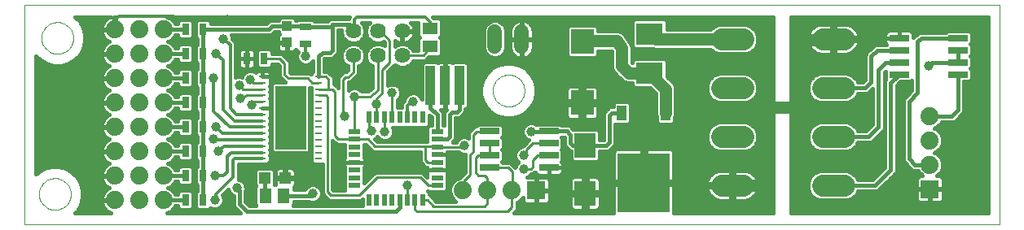
<source format=gtl>
G75*
G70*
%OFA0B0*%
%FSLAX24Y24*%
%IPPOS*%
%LPD*%
%AMOC8*
5,1,8,0,0,1.08239X$1,22.5*
%
%ADD10C,0.0000*%
%ADD11C,0.0640*%
%ADD12R,0.0500X0.0220*%
%ADD13R,0.0220X0.0500*%
%ADD14R,0.0800X0.0260*%
%ADD15R,0.0740X0.0740*%
%ADD16C,0.0740*%
%ADD17R,0.0630X0.0512*%
%ADD18R,0.1100X0.0900*%
%ADD19R,0.0394X0.1614*%
%ADD20R,0.0315X0.0098*%
%ADD21R,0.1260X0.2598*%
%ADD22R,0.0315X0.0472*%
%ADD23R,0.0472X0.0315*%
%ADD24R,0.0394X0.0433*%
%ADD25R,0.2126X0.2441*%
%ADD26R,0.0394X0.0630*%
%ADD27C,0.0886*%
%ADD28R,0.0945X0.1024*%
%ADD29R,0.0866X0.1024*%
%ADD30C,0.0600*%
%ADD31R,0.0472X0.0472*%
%ADD32R,0.0512X0.0630*%
%ADD33C,0.0160*%
%ADD34C,0.0396*%
%ADD35C,0.0120*%
%ADD36C,0.0500*%
%ADD37C,0.0100*%
D10*
X000180Y000230D02*
X000180Y009230D01*
X040080Y009230D01*
X040080Y000230D01*
X000180Y000230D01*
X000780Y001480D02*
X000782Y001530D01*
X000788Y001580D01*
X000798Y001630D01*
X000811Y001678D01*
X000828Y001726D01*
X000849Y001772D01*
X000873Y001816D01*
X000901Y001858D01*
X000932Y001898D01*
X000966Y001935D01*
X001003Y001970D01*
X001042Y002001D01*
X001083Y002030D01*
X001127Y002055D01*
X001173Y002077D01*
X001220Y002095D01*
X001268Y002109D01*
X001317Y002120D01*
X001367Y002127D01*
X001417Y002130D01*
X001468Y002129D01*
X001518Y002124D01*
X001568Y002115D01*
X001616Y002103D01*
X001664Y002086D01*
X001710Y002066D01*
X001755Y002043D01*
X001798Y002016D01*
X001838Y001986D01*
X001876Y001953D01*
X001911Y001917D01*
X001944Y001878D01*
X001973Y001837D01*
X001999Y001794D01*
X002022Y001749D01*
X002041Y001702D01*
X002056Y001654D01*
X002068Y001605D01*
X002076Y001555D01*
X002080Y001505D01*
X002080Y001455D01*
X002076Y001405D01*
X002068Y001355D01*
X002056Y001306D01*
X002041Y001258D01*
X002022Y001211D01*
X001999Y001166D01*
X001973Y001123D01*
X001944Y001082D01*
X001911Y001043D01*
X001876Y001007D01*
X001838Y000974D01*
X001798Y000944D01*
X001755Y000917D01*
X001710Y000894D01*
X001664Y000874D01*
X001616Y000857D01*
X001568Y000845D01*
X001518Y000836D01*
X001468Y000831D01*
X001417Y000830D01*
X001367Y000833D01*
X001317Y000840D01*
X001268Y000851D01*
X001220Y000865D01*
X001173Y000883D01*
X001127Y000905D01*
X001083Y000930D01*
X001042Y000959D01*
X001003Y000990D01*
X000966Y001025D01*
X000932Y001062D01*
X000901Y001102D01*
X000873Y001144D01*
X000849Y001188D01*
X000828Y001234D01*
X000811Y001282D01*
X000798Y001330D01*
X000788Y001380D01*
X000782Y001430D01*
X000780Y001480D01*
X019340Y005720D02*
X019342Y005770D01*
X019348Y005820D01*
X019358Y005870D01*
X019371Y005918D01*
X019388Y005966D01*
X019409Y006012D01*
X019433Y006056D01*
X019461Y006098D01*
X019492Y006138D01*
X019526Y006175D01*
X019563Y006210D01*
X019602Y006241D01*
X019643Y006270D01*
X019687Y006295D01*
X019733Y006317D01*
X019780Y006335D01*
X019828Y006349D01*
X019877Y006360D01*
X019927Y006367D01*
X019977Y006370D01*
X020028Y006369D01*
X020078Y006364D01*
X020128Y006355D01*
X020176Y006343D01*
X020224Y006326D01*
X020270Y006306D01*
X020315Y006283D01*
X020358Y006256D01*
X020398Y006226D01*
X020436Y006193D01*
X020471Y006157D01*
X020504Y006118D01*
X020533Y006077D01*
X020559Y006034D01*
X020582Y005989D01*
X020601Y005942D01*
X020616Y005894D01*
X020628Y005845D01*
X020636Y005795D01*
X020640Y005745D01*
X020640Y005695D01*
X020636Y005645D01*
X020628Y005595D01*
X020616Y005546D01*
X020601Y005498D01*
X020582Y005451D01*
X020559Y005406D01*
X020533Y005363D01*
X020504Y005322D01*
X020471Y005283D01*
X020436Y005247D01*
X020398Y005214D01*
X020358Y005184D01*
X020315Y005157D01*
X020270Y005134D01*
X020224Y005114D01*
X020176Y005097D01*
X020128Y005085D01*
X020078Y005076D01*
X020028Y005071D01*
X019977Y005070D01*
X019927Y005073D01*
X019877Y005080D01*
X019828Y005091D01*
X019780Y005105D01*
X019733Y005123D01*
X019687Y005145D01*
X019643Y005170D01*
X019602Y005199D01*
X019563Y005230D01*
X019526Y005265D01*
X019492Y005302D01*
X019461Y005342D01*
X019433Y005384D01*
X019409Y005428D01*
X019388Y005474D01*
X019371Y005522D01*
X019358Y005570D01*
X019348Y005620D01*
X019342Y005670D01*
X019340Y005720D01*
X000880Y007880D02*
X000882Y007930D01*
X000888Y007980D01*
X000898Y008030D01*
X000911Y008078D01*
X000928Y008126D01*
X000949Y008172D01*
X000973Y008216D01*
X001001Y008258D01*
X001032Y008298D01*
X001066Y008335D01*
X001103Y008370D01*
X001142Y008401D01*
X001183Y008430D01*
X001227Y008455D01*
X001273Y008477D01*
X001320Y008495D01*
X001368Y008509D01*
X001417Y008520D01*
X001467Y008527D01*
X001517Y008530D01*
X001568Y008529D01*
X001618Y008524D01*
X001668Y008515D01*
X001716Y008503D01*
X001764Y008486D01*
X001810Y008466D01*
X001855Y008443D01*
X001898Y008416D01*
X001938Y008386D01*
X001976Y008353D01*
X002011Y008317D01*
X002044Y008278D01*
X002073Y008237D01*
X002099Y008194D01*
X002122Y008149D01*
X002141Y008102D01*
X002156Y008054D01*
X002168Y008005D01*
X002176Y007955D01*
X002180Y007905D01*
X002180Y007855D01*
X002176Y007805D01*
X002168Y007755D01*
X002156Y007706D01*
X002141Y007658D01*
X002122Y007611D01*
X002099Y007566D01*
X002073Y007523D01*
X002044Y007482D01*
X002011Y007443D01*
X001976Y007407D01*
X001938Y007374D01*
X001898Y007344D01*
X001855Y007317D01*
X001810Y007294D01*
X001764Y007274D01*
X001716Y007257D01*
X001668Y007245D01*
X001618Y007236D01*
X001568Y007231D01*
X001517Y007230D01*
X001467Y007233D01*
X001417Y007240D01*
X001368Y007251D01*
X001320Y007265D01*
X001273Y007283D01*
X001227Y007305D01*
X001183Y007330D01*
X001142Y007359D01*
X001103Y007390D01*
X001066Y007425D01*
X001032Y007462D01*
X001001Y007502D01*
X000973Y007544D01*
X000949Y007588D01*
X000928Y007634D01*
X000911Y007682D01*
X000898Y007730D01*
X000888Y007780D01*
X000882Y007830D01*
X000880Y007880D01*
D11*
X013638Y008159D03*
X014638Y008159D03*
X015638Y008159D03*
X015638Y007159D03*
X014638Y007159D03*
X013638Y007159D03*
D12*
X013688Y004040D03*
X013688Y003725D03*
X013688Y003410D03*
X013688Y003095D03*
X013688Y002781D03*
X013688Y002466D03*
X013688Y002151D03*
X013688Y001836D03*
X017068Y001836D03*
X017068Y002151D03*
X017068Y002466D03*
X017068Y002781D03*
X017068Y003095D03*
X017068Y003410D03*
X017068Y003725D03*
X017068Y004040D03*
D13*
X016480Y004628D03*
X016165Y004628D03*
X015850Y004628D03*
X015535Y004628D03*
X015221Y004628D03*
X014906Y004628D03*
X014591Y004628D03*
X014276Y004628D03*
X014276Y001248D03*
X014591Y001248D03*
X014906Y001248D03*
X015221Y001248D03*
X015535Y001248D03*
X015850Y001248D03*
X016165Y001248D03*
X016480Y001248D03*
D14*
X019215Y002557D03*
X019215Y003057D03*
X019215Y003557D03*
X019215Y004057D03*
X021635Y004057D03*
X021635Y003557D03*
X021635Y003057D03*
X021635Y002557D03*
X035970Y006380D03*
X035970Y006880D03*
X035970Y007380D03*
X035970Y007880D03*
X038390Y007880D03*
X038390Y007380D03*
X038390Y006880D03*
X038390Y006380D03*
D15*
X037230Y001680D03*
X021122Y001622D03*
D16*
X020122Y001622D03*
X019122Y001622D03*
X018122Y001622D03*
X005880Y001230D03*
X004880Y001230D03*
X003880Y001230D03*
X003880Y002230D03*
X004880Y002230D03*
X005880Y002230D03*
X005880Y003230D03*
X004880Y003230D03*
X003880Y003230D03*
X003880Y004230D03*
X004880Y004230D03*
X005880Y004230D03*
X005880Y005230D03*
X004880Y005230D03*
X003880Y005230D03*
X003880Y006230D03*
X004880Y006230D03*
X005880Y006230D03*
X005880Y007230D03*
X004880Y007230D03*
X003880Y007230D03*
X003880Y008230D03*
X004880Y008230D03*
X005880Y008230D03*
X037230Y004680D03*
X037230Y003680D03*
X037230Y002680D03*
D17*
X016770Y007525D03*
X016770Y008273D03*
D18*
X025764Y008051D03*
X025764Y006439D03*
D19*
X017980Y005924D03*
X017389Y005924D03*
X016798Y005924D03*
D20*
X012222Y006047D03*
X012222Y005787D03*
X012222Y005527D03*
X012222Y005267D03*
X012222Y005007D03*
X012222Y004747D03*
X012224Y004487D03*
X012222Y004227D03*
X012222Y003967D03*
X012222Y003707D03*
X012222Y003447D03*
X012222Y003187D03*
X012222Y002927D03*
X009922Y002927D03*
X009922Y003187D03*
X009922Y003447D03*
X009922Y003707D03*
X009922Y003967D03*
X009922Y004227D03*
X009920Y004487D03*
X009922Y004747D03*
X009922Y005007D03*
X009922Y005267D03*
X009922Y005527D03*
X009922Y005787D03*
X009922Y006047D03*
X009922Y006307D03*
X012222Y006307D03*
D21*
X011072Y004617D03*
D22*
X007484Y004230D03*
X006776Y004230D03*
X006776Y003230D03*
X007484Y003230D03*
X007484Y002230D03*
X006776Y002230D03*
X006776Y001230D03*
X007484Y001230D03*
X007484Y005230D03*
X006776Y005230D03*
X006776Y006230D03*
X007484Y006230D03*
X009276Y007030D03*
X009984Y007030D03*
X007484Y007230D03*
X006776Y007230D03*
X006776Y008230D03*
X007484Y008230D03*
D23*
X011680Y008334D03*
X011680Y007626D03*
D24*
X010930Y007695D03*
X010930Y008365D03*
D25*
X025522Y001935D03*
D26*
X026420Y004809D03*
X024624Y004809D03*
D27*
X028705Y005830D02*
X029591Y005830D01*
X032837Y005830D02*
X033723Y005830D01*
X033723Y003830D02*
X032837Y003830D01*
X029591Y003830D02*
X028705Y003830D01*
X028705Y001830D02*
X029591Y001830D01*
X032837Y001830D02*
X033723Y001830D01*
X033723Y007830D02*
X032837Y007830D01*
X029591Y007830D02*
X028705Y007830D01*
D28*
X023006Y007744D03*
X023006Y005224D03*
D29*
X023129Y003475D03*
X023129Y001507D03*
D30*
X020530Y007530D02*
X020530Y008130D01*
X019430Y008130D02*
X019430Y007530D01*
D31*
X010853Y002150D03*
X010027Y002150D03*
D32*
X010036Y001420D03*
X010784Y001420D03*
D33*
X011900Y001420D01*
X011980Y001500D01*
X012338Y001498D02*
X012370Y001498D01*
X012370Y001493D02*
X012520Y001343D01*
X012643Y001220D01*
X013967Y001220D01*
X014006Y001259D01*
X014006Y001020D01*
X011181Y001020D01*
X011200Y001039D01*
X011200Y001180D01*
X011817Y001180D01*
X011909Y001142D01*
X012051Y001142D01*
X012183Y001196D01*
X012284Y001297D01*
X012338Y001429D01*
X012338Y001571D01*
X012284Y001703D01*
X012183Y001804D01*
X012051Y001858D01*
X011909Y001858D01*
X011777Y001804D01*
X011676Y001703D01*
X011659Y001660D01*
X011200Y001660D01*
X011200Y001770D01*
X011234Y001803D01*
X011257Y001844D01*
X011270Y001890D01*
X011270Y002112D01*
X010892Y002112D01*
X010892Y002188D01*
X011270Y002188D01*
X011270Y002410D01*
X011257Y002456D01*
X011234Y002497D01*
X011200Y002530D01*
X011159Y002554D01*
X011113Y002566D01*
X010891Y002566D01*
X010891Y002188D01*
X010815Y002188D01*
X010815Y002112D01*
X010437Y002112D01*
X010437Y001890D01*
X010441Y001874D01*
X010423Y001856D01*
X010423Y002452D01*
X010329Y002546D01*
X009724Y002546D01*
X009630Y002452D01*
X009630Y001848D01*
X009648Y001830D01*
X009620Y001801D01*
X009620Y001039D01*
X009639Y001020D01*
X009379Y001020D01*
X009220Y001179D01*
X009220Y001615D01*
X009238Y001659D01*
X009238Y001801D01*
X009184Y001933D01*
X009083Y002034D01*
X008951Y002088D01*
X008949Y002088D01*
X008950Y002089D01*
X008950Y002707D01*
X010013Y002707D01*
X010024Y002718D01*
X010146Y002718D01*
X010239Y002812D01*
X010239Y003043D01*
X010225Y003057D01*
X010239Y003072D01*
X010239Y003303D01*
X010225Y003317D01*
X010239Y003332D01*
X010239Y003563D01*
X010225Y003577D01*
X010239Y003592D01*
X010239Y003823D01*
X010225Y003837D01*
X010239Y003852D01*
X010239Y004083D01*
X010225Y004097D01*
X010239Y004112D01*
X010239Y004343D01*
X010224Y004358D01*
X010237Y004372D01*
X010237Y004603D01*
X010224Y004616D01*
X010239Y004632D01*
X010239Y004863D01*
X010235Y004867D01*
X010247Y004888D01*
X010259Y004934D01*
X010259Y005007D01*
X009922Y005007D01*
X009922Y005007D01*
X010259Y005007D01*
X010259Y005080D01*
X010247Y005126D01*
X010235Y005147D01*
X010239Y005152D01*
X010239Y005383D01*
X010225Y005397D01*
X010239Y005412D01*
X010239Y005643D01*
X010225Y005657D01*
X010239Y005672D01*
X010239Y005903D01*
X010225Y005917D01*
X010239Y005932D01*
X010239Y006163D01*
X010235Y006167D01*
X010247Y006188D01*
X010259Y006234D01*
X010259Y006307D01*
X009922Y006307D01*
X009922Y006307D01*
X010259Y006307D01*
X010259Y006380D01*
X010247Y006426D01*
X010224Y006467D01*
X010190Y006500D01*
X010149Y006524D01*
X010103Y006536D01*
X009922Y006536D01*
X009741Y006536D01*
X009695Y006524D01*
X009654Y006500D01*
X009635Y006481D01*
X009633Y006484D01*
X009501Y006538D01*
X009359Y006538D01*
X009227Y006484D01*
X009126Y006383D01*
X009084Y006280D01*
X009041Y006298D01*
X008899Y006298D01*
X008820Y006265D01*
X008820Y007532D01*
X008828Y007542D01*
X008820Y007621D01*
X008820Y007701D01*
X008811Y007710D01*
X008810Y007723D01*
X008748Y007773D01*
X008691Y007830D01*
X008688Y007830D01*
X008688Y007901D01*
X008651Y007990D01*
X010228Y007990D01*
X010316Y008027D01*
X010429Y008140D01*
X010573Y008140D01*
X010573Y008082D01*
X010611Y008044D01*
X010589Y008022D01*
X010565Y007981D01*
X010553Y007936D01*
X010553Y007714D01*
X010912Y007714D01*
X010912Y007677D01*
X010948Y007677D01*
X010948Y007299D01*
X011151Y007299D01*
X011196Y007311D01*
X011237Y007335D01*
X011271Y007368D01*
X011288Y007398D01*
X011370Y007316D01*
X011322Y007201D01*
X011322Y007059D01*
X011376Y006927D01*
X011477Y006826D01*
X011609Y006772D01*
X011751Y006772D01*
X011883Y006826D01*
X011982Y006926D01*
X011982Y006500D01*
X011905Y006423D01*
X011905Y006402D01*
X011867Y006440D01*
X011067Y006440D01*
X011040Y006467D01*
X011040Y006917D01*
X010917Y007040D01*
X010717Y007240D01*
X010302Y007240D01*
X010302Y007332D01*
X010208Y007426D01*
X009761Y007426D01*
X009667Y007332D01*
X009667Y006728D01*
X009761Y006634D01*
X010208Y006634D01*
X010302Y006728D01*
X010302Y006820D01*
X010543Y006820D01*
X010620Y006743D01*
X010620Y006293D01*
X010770Y006143D01*
X010837Y006076D01*
X010376Y006076D01*
X010282Y005982D01*
X010282Y003251D01*
X010376Y003158D01*
X011768Y003158D01*
X011862Y003251D01*
X011862Y005851D01*
X011873Y005840D01*
X011905Y005840D01*
X011905Y005672D01*
X011919Y005657D01*
X011905Y005643D01*
X011905Y005412D01*
X011919Y005397D01*
X011905Y005383D01*
X011905Y005152D01*
X011919Y005137D01*
X011905Y005123D01*
X011905Y004892D01*
X011919Y004877D01*
X011905Y004863D01*
X011905Y004632D01*
X011920Y004616D01*
X011907Y004603D01*
X011907Y004372D01*
X011920Y004358D01*
X011905Y004343D01*
X011905Y004112D01*
X011919Y004097D01*
X011905Y004083D01*
X011905Y003852D01*
X011919Y003837D01*
X011905Y003823D01*
X011905Y003592D01*
X011919Y003577D01*
X011905Y003563D01*
X011905Y003332D01*
X011919Y003317D01*
X011905Y003303D01*
X011905Y003072D01*
X011919Y003057D01*
X011905Y003043D01*
X011905Y002812D01*
X011998Y002718D01*
X012370Y002718D01*
X012370Y001493D01*
X012301Y001340D02*
X012524Y001340D01*
X012146Y001181D02*
X014006Y001181D01*
X014006Y001023D02*
X011184Y001023D01*
X009636Y001023D02*
X009377Y001023D01*
X009280Y000780D02*
X008980Y001080D01*
X008980Y001630D01*
X008880Y001730D01*
X009232Y001815D02*
X009634Y001815D01*
X009630Y001974D02*
X009143Y001974D01*
X008950Y002132D02*
X009630Y002132D01*
X010027Y002150D02*
X010027Y001443D01*
X010040Y001430D01*
X010040Y001424D01*
X010036Y001420D01*
X009620Y001498D02*
X009220Y001498D01*
X009220Y001340D02*
X009620Y001340D01*
X009620Y001181D02*
X009220Y001181D01*
X008740Y001181D02*
X008338Y001181D01*
X008338Y001159D02*
X008338Y001301D01*
X008287Y001426D01*
X008522Y001661D01*
X008522Y001659D01*
X008576Y001527D01*
X008677Y001426D01*
X008740Y001400D01*
X008740Y001032D01*
X008777Y000944D01*
X008844Y000877D01*
X009011Y000710D01*
X006010Y000710D01*
X006180Y000781D01*
X006329Y000930D01*
X006354Y000990D01*
X006458Y000990D01*
X006458Y000928D01*
X006552Y000834D01*
X006999Y000834D01*
X007093Y000928D01*
X007093Y001532D01*
X006999Y001626D01*
X006552Y001626D01*
X006458Y001532D01*
X006458Y001470D01*
X006354Y001470D01*
X006329Y001530D01*
X006180Y001679D01*
X006058Y001730D01*
X006180Y001781D01*
X006329Y001930D01*
X006354Y001990D01*
X006458Y001990D01*
X006458Y001928D01*
X006552Y001834D01*
X006999Y001834D01*
X007093Y001928D01*
X007093Y002532D01*
X006999Y002626D01*
X006552Y002626D01*
X006458Y002532D01*
X006458Y002470D01*
X006354Y002470D01*
X006329Y002530D01*
X006180Y002679D01*
X006058Y002730D01*
X006180Y002781D01*
X006329Y002930D01*
X006354Y002990D01*
X006458Y002990D01*
X006458Y002928D01*
X006552Y002834D01*
X006999Y002834D01*
X007093Y002928D01*
X007093Y003532D01*
X006999Y003626D01*
X006552Y003626D01*
X006458Y003532D01*
X006458Y003470D01*
X006354Y003470D01*
X006329Y003530D01*
X006180Y003679D01*
X006058Y003730D01*
X006180Y003781D01*
X006329Y003930D01*
X006354Y003990D01*
X006458Y003990D01*
X006458Y003928D01*
X006552Y003834D01*
X006999Y003834D01*
X007093Y003928D01*
X007093Y004532D01*
X006999Y004626D01*
X006552Y004626D01*
X006458Y004532D01*
X006458Y004470D01*
X006354Y004470D01*
X006329Y004530D01*
X006180Y004679D01*
X006058Y004730D01*
X006180Y004781D01*
X006329Y004930D01*
X006354Y004990D01*
X006458Y004990D01*
X006458Y004928D01*
X006552Y004834D01*
X006999Y004834D01*
X007093Y004928D01*
X007093Y005532D01*
X006999Y005626D01*
X006552Y005626D01*
X006458Y005532D01*
X006458Y005470D01*
X006354Y005470D01*
X006329Y005530D01*
X006180Y005679D01*
X006058Y005730D01*
X006180Y005781D01*
X006329Y005930D01*
X006354Y005990D01*
X006458Y005990D01*
X006458Y005928D01*
X006552Y005834D01*
X006999Y005834D01*
X007093Y005928D01*
X007093Y006532D01*
X006999Y006626D01*
X006552Y006626D01*
X006458Y006532D01*
X006458Y006470D01*
X006354Y006470D01*
X006329Y006530D01*
X006180Y006679D01*
X006058Y006730D01*
X006180Y006781D01*
X006329Y006930D01*
X006354Y006990D01*
X006458Y006990D01*
X006458Y006928D01*
X006552Y006834D01*
X006999Y006834D01*
X007093Y006928D01*
X007093Y007532D01*
X006999Y007626D01*
X006552Y007626D01*
X006458Y007532D01*
X006458Y007470D01*
X006354Y007470D01*
X006329Y007530D01*
X006180Y007679D01*
X006058Y007730D01*
X006180Y007781D01*
X006329Y007930D01*
X006354Y007990D01*
X006458Y007990D01*
X006458Y007928D01*
X006552Y007834D01*
X006999Y007834D01*
X007093Y007928D01*
X007093Y008532D01*
X006999Y008626D01*
X006552Y008626D01*
X006458Y008532D01*
X006458Y008470D01*
X006354Y008470D01*
X006329Y008530D01*
X006180Y008679D01*
X006010Y008750D01*
X013489Y008750D01*
X013460Y008721D01*
X013460Y008670D01*
X012732Y008670D01*
X012644Y008633D01*
X012585Y008574D01*
X012060Y008574D01*
X011982Y008652D01*
X011378Y008652D01*
X011330Y008605D01*
X011287Y008605D01*
X011287Y008647D01*
X011193Y008741D01*
X010667Y008741D01*
X010573Y008647D01*
X010573Y008620D01*
X010282Y008620D01*
X010194Y008583D01*
X010127Y008516D01*
X010081Y008470D01*
X007802Y008470D01*
X007802Y008532D01*
X007708Y008626D01*
X007261Y008626D01*
X007167Y008532D01*
X007167Y007928D01*
X007244Y007850D01*
X007244Y007610D01*
X007167Y007532D01*
X007167Y006928D01*
X007244Y006850D01*
X007244Y006610D01*
X007167Y006532D01*
X007167Y005928D01*
X007244Y005850D01*
X007244Y005610D01*
X007167Y005532D01*
X007167Y004928D01*
X007244Y004850D01*
X007244Y004610D01*
X007167Y004532D01*
X007167Y003928D01*
X007244Y003850D01*
X007244Y003610D01*
X007167Y003532D01*
X007167Y002928D01*
X007244Y002850D01*
X007244Y002610D01*
X007167Y002532D01*
X007167Y001928D01*
X007244Y001850D01*
X007244Y001610D01*
X007167Y001532D01*
X007167Y000928D01*
X007261Y000834D01*
X007708Y000834D01*
X007794Y000920D01*
X007909Y000872D01*
X008051Y000872D01*
X008183Y000926D01*
X008284Y001027D01*
X008338Y001159D01*
X008279Y001023D02*
X008744Y001023D01*
X008857Y000864D02*
X007738Y000864D01*
X007230Y000864D02*
X007030Y000864D01*
X007093Y001023D02*
X007167Y001023D01*
X006522Y000864D02*
X006264Y000864D01*
X007093Y001181D02*
X007167Y001181D01*
X007484Y001230D02*
X007484Y002230D01*
X007484Y003230D01*
X007484Y004230D01*
X007484Y005230D01*
X007484Y006230D01*
X007484Y007230D01*
X007484Y008230D01*
X010180Y008230D01*
X010330Y008380D01*
X010815Y008380D01*
X010930Y008365D01*
X011650Y008365D01*
X011680Y008334D01*
X012734Y008334D01*
X012780Y008380D01*
X012780Y008430D01*
X013480Y008430D01*
X013605Y008305D01*
X013609Y008309D01*
X013638Y008159D01*
X013638Y008188D01*
X013680Y008230D01*
X013680Y008180D01*
X013630Y008130D01*
X013630Y008280D02*
X013605Y008305D01*
X013966Y008510D02*
X014045Y008431D01*
X014118Y008254D01*
X014118Y008064D01*
X014045Y007887D01*
X013910Y007752D01*
X013733Y007679D01*
X013543Y007679D01*
X013366Y007752D01*
X013231Y007887D01*
X013158Y008064D01*
X013158Y008190D01*
X013020Y008190D01*
X013020Y007332D01*
X012983Y007244D01*
X012916Y007177D01*
X012816Y007077D01*
X012728Y007040D01*
X012479Y007040D01*
X012462Y007023D01*
X012462Y006517D01*
X012590Y006517D01*
X012717Y006390D01*
X012840Y006267D01*
X012840Y005990D01*
X012867Y005990D01*
X012967Y005890D01*
X013020Y005837D01*
X013020Y006267D01*
X013143Y006390D01*
X013243Y006490D01*
X013343Y006490D01*
X013428Y006575D01*
X013428Y006726D01*
X013366Y006752D01*
X013231Y006887D01*
X013158Y007064D01*
X013158Y007254D01*
X013231Y007431D01*
X013366Y007566D01*
X013543Y007639D01*
X013733Y007639D01*
X013910Y007566D01*
X014045Y007431D01*
X014118Y007254D01*
X014118Y007064D01*
X014045Y006887D01*
X013910Y006752D01*
X013848Y006726D01*
X013848Y006401D01*
X013640Y006193D01*
X013517Y006070D01*
X013440Y006070D01*
X013440Y005746D01*
X013477Y005784D01*
X013609Y005838D01*
X013751Y005838D01*
X013883Y005784D01*
X013976Y005690D01*
X014254Y005690D01*
X014428Y005836D01*
X014428Y006726D01*
X014366Y006752D01*
X014231Y006887D01*
X014158Y007064D01*
X014158Y007254D01*
X014231Y007431D01*
X014366Y007566D01*
X014543Y007639D01*
X014733Y007639D01*
X014910Y007566D01*
X014920Y007556D01*
X014920Y007693D01*
X014875Y007738D01*
X014733Y007679D01*
X014543Y007679D01*
X014366Y007752D01*
X014231Y007887D01*
X014158Y008064D01*
X014158Y008254D01*
X014231Y008431D01*
X014310Y008510D01*
X013966Y008510D01*
X014004Y008472D02*
X014272Y008472D01*
X014182Y008314D02*
X014094Y008314D01*
X014118Y008155D02*
X014158Y008155D01*
X014186Y007997D02*
X014090Y007997D01*
X013996Y007838D02*
X014280Y007838D01*
X014541Y007680D02*
X013735Y007680D01*
X013541Y007680D02*
X013020Y007680D01*
X013020Y007838D02*
X013280Y007838D01*
X013186Y007997D02*
X013020Y007997D01*
X013020Y008155D02*
X013158Y008155D01*
X012780Y008380D02*
X012780Y007380D01*
X012680Y007280D01*
X012380Y007280D01*
X012222Y007122D01*
X012222Y006307D01*
X011905Y006412D02*
X011895Y006412D01*
X011982Y006570D02*
X011040Y006570D01*
X010620Y006570D02*
X008820Y006570D01*
X008820Y006412D02*
X009155Y006412D01*
X009094Y006614D02*
X009276Y006614D01*
X009457Y006614D01*
X009503Y006626D01*
X009544Y006650D01*
X009577Y006683D01*
X009601Y006724D01*
X009613Y006770D01*
X009613Y007030D01*
X009613Y007290D01*
X009601Y007336D01*
X009577Y007377D01*
X009544Y007410D01*
X009503Y007434D01*
X009457Y007446D01*
X009276Y007446D01*
X009276Y007030D01*
X009613Y007030D01*
X009276Y007030D01*
X009276Y007030D01*
X009276Y006614D01*
X009276Y007030D01*
X009276Y007030D01*
X009276Y007030D01*
X009276Y007446D01*
X009094Y007446D01*
X009049Y007434D01*
X009008Y007410D01*
X008974Y007377D01*
X008950Y007336D01*
X008938Y007290D01*
X008938Y007030D01*
X009276Y007030D01*
X008938Y007030D01*
X008938Y006770D01*
X008950Y006724D01*
X008974Y006683D01*
X009008Y006650D01*
X009049Y006626D01*
X009094Y006614D01*
X008949Y006729D02*
X008820Y006729D01*
X008820Y006887D02*
X008938Y006887D01*
X008938Y007046D02*
X008820Y007046D01*
X008820Y007204D02*
X008938Y007204D01*
X009276Y007204D02*
X009276Y007204D01*
X009613Y007204D02*
X009667Y007204D01*
X009667Y007046D02*
X009613Y007046D01*
X009613Y006887D02*
X009667Y006887D01*
X009276Y006887D02*
X009276Y006887D01*
X009276Y007030D02*
X009276Y007030D01*
X009276Y007046D02*
X009276Y007046D01*
X009276Y006729D02*
X009276Y006729D01*
X009602Y006729D02*
X009667Y006729D01*
X010302Y006729D02*
X010620Y006729D01*
X011040Y006729D02*
X011982Y006729D01*
X012462Y006729D02*
X013423Y006729D01*
X013853Y006729D02*
X014423Y006729D01*
X014428Y006570D02*
X013848Y006570D01*
X013848Y006412D02*
X014428Y006412D01*
X014428Y006253D02*
X013700Y006253D01*
X013541Y006095D02*
X014428Y006095D01*
X014428Y005936D02*
X013440Y005936D01*
X013020Y005936D02*
X012921Y005936D01*
X012840Y006095D02*
X013020Y006095D01*
X013020Y006253D02*
X012840Y006253D01*
X012695Y006412D02*
X013165Y006412D01*
X013423Y006570D02*
X012462Y006570D01*
X012462Y006887D02*
X013231Y006887D01*
X013165Y007046D02*
X012741Y007046D01*
X012943Y007204D02*
X013158Y007204D01*
X013203Y007363D02*
X013020Y007363D01*
X013020Y007521D02*
X013321Y007521D01*
X013955Y007521D02*
X014321Y007521D01*
X014203Y007363D02*
X014073Y007363D01*
X014118Y007204D02*
X014158Y007204D01*
X014165Y007046D02*
X014111Y007046D01*
X014045Y006887D02*
X014231Y006887D01*
X015275Y006729D02*
X015423Y006729D01*
X015366Y006752D02*
X015543Y006679D01*
X015733Y006679D01*
X015910Y006752D01*
X016045Y006887D01*
X016071Y006949D01*
X016436Y006949D01*
X016451Y006938D01*
X016521Y006949D01*
X016591Y006949D01*
X016604Y006962D01*
X016623Y006965D01*
X016664Y007022D01*
X016714Y007072D01*
X016714Y007091D01*
X016727Y007109D01*
X017151Y007109D01*
X017245Y007203D01*
X017245Y007847D01*
X017193Y007899D01*
X017245Y007951D01*
X017245Y008595D01*
X017151Y008689D01*
X016932Y008689D01*
X016871Y008750D01*
X030830Y008750D01*
X030830Y000710D01*
X026765Y000710D01*
X026765Y001855D01*
X025602Y001855D01*
X025602Y002015D01*
X025442Y002015D01*
X025442Y003335D01*
X024435Y003335D01*
X024390Y003323D01*
X024348Y003299D01*
X024315Y003266D01*
X024291Y003225D01*
X024279Y003179D01*
X024279Y002015D01*
X025442Y002015D01*
X025442Y001855D01*
X024279Y001855D01*
X024279Y000710D01*
X020207Y000710D01*
X020217Y000720D01*
X020340Y000843D01*
X020340Y001139D01*
X020422Y001173D01*
X020571Y001322D01*
X020572Y001323D01*
X020572Y001228D01*
X020584Y001183D01*
X020608Y001141D01*
X020641Y001108D01*
X020683Y001084D01*
X020728Y001072D01*
X021102Y001072D01*
X021102Y001602D01*
X021142Y001602D01*
X021142Y001642D01*
X021102Y001642D01*
X021102Y002172D01*
X020740Y002172D01*
X020823Y002206D01*
X020916Y002300D01*
X020987Y002300D01*
X021062Y002375D01*
X021067Y002358D01*
X021091Y002316D01*
X021124Y002283D01*
X021166Y002259D01*
X021211Y002247D01*
X021635Y002247D01*
X022059Y002247D01*
X022104Y002259D01*
X022146Y002283D01*
X022179Y002316D01*
X022203Y002358D01*
X022215Y002403D01*
X022215Y002557D01*
X022215Y002711D01*
X022203Y002756D01*
X022179Y002798D01*
X022155Y002821D01*
X022195Y002861D01*
X022195Y003253D01*
X022141Y003307D01*
X022195Y003361D01*
X022195Y003753D01*
X022141Y003807D01*
X022154Y003820D01*
X022280Y003820D01*
X022280Y003512D01*
X022317Y003424D01*
X022407Y003334D01*
X022474Y003267D01*
X022536Y003241D01*
X022536Y002897D01*
X022630Y002803D01*
X023628Y002803D01*
X023722Y002897D01*
X023722Y003235D01*
X024043Y003235D01*
X024131Y003272D01*
X024256Y003397D01*
X024323Y003464D01*
X024360Y003552D01*
X024360Y004335D01*
X024361Y004334D01*
X024887Y004334D01*
X024981Y004428D01*
X024981Y005190D01*
X024887Y005284D01*
X024361Y005284D01*
X024268Y005190D01*
X024268Y005060D01*
X024182Y005060D01*
X024094Y005023D01*
X024027Y004956D01*
X023917Y004846D01*
X023880Y004758D01*
X023880Y003715D01*
X023722Y003715D01*
X023722Y004053D01*
X023628Y004147D01*
X022632Y004147D01*
X022516Y004263D01*
X022428Y004300D01*
X022148Y004300D01*
X022101Y004347D01*
X021169Y004347D01*
X021149Y004327D01*
X021123Y004354D01*
X020991Y004408D01*
X020849Y004408D01*
X020717Y004354D01*
X020616Y004253D01*
X020562Y004121D01*
X020562Y003979D01*
X020616Y003847D01*
X020717Y003746D01*
X020825Y003702D01*
X020633Y003510D01*
X020561Y003438D01*
X020539Y003438D01*
X020407Y003384D01*
X020306Y003283D01*
X020252Y003151D01*
X020252Y003009D01*
X020306Y002877D01*
X020394Y002790D01*
X020316Y002713D01*
X020262Y002581D01*
X020262Y002565D01*
X020227Y002600D01*
X020060Y002767D01*
X019761Y002767D01*
X019721Y002807D01*
X019775Y002861D01*
X019775Y003253D01*
X019721Y003307D01*
X019775Y003361D01*
X019775Y003753D01*
X019721Y003807D01*
X019775Y003861D01*
X019775Y004253D01*
X019681Y004347D01*
X018749Y004347D01*
X018662Y004260D01*
X018603Y004260D01*
X018480Y004137D01*
X018350Y004007D01*
X018350Y003783D01*
X018241Y003828D01*
X018099Y003828D01*
X017967Y003774D01*
X017866Y003673D01*
X017845Y003620D01*
X017710Y003620D01*
X017716Y003627D01*
X017783Y003694D01*
X017820Y003782D01*
X017820Y004590D01*
X017928Y004590D01*
X018016Y004627D01*
X018116Y004727D01*
X018183Y004794D01*
X018220Y004882D01*
X018220Y004957D01*
X018243Y004957D01*
X018336Y005051D01*
X018336Y006797D01*
X018243Y006891D01*
X017716Y006891D01*
X017698Y006873D01*
X017696Y006875D01*
X017655Y006899D01*
X017610Y006911D01*
X017407Y006911D01*
X017407Y005942D01*
X017371Y005942D01*
X017371Y006911D01*
X017168Y006911D01*
X017123Y006899D01*
X017082Y006875D01*
X017080Y006873D01*
X017062Y006891D01*
X016535Y006891D01*
X016442Y006797D01*
X016442Y005367D01*
X016394Y005483D01*
X016293Y005584D01*
X016161Y005638D01*
X016019Y005638D01*
X015887Y005584D01*
X015786Y005483D01*
X015732Y005351D01*
X015732Y005313D01*
X015630Y005211D01*
X015630Y005038D01*
X015440Y005038D01*
X015440Y005334D01*
X015534Y005427D01*
X015588Y005559D01*
X015588Y005701D01*
X015534Y005833D01*
X015433Y005934D01*
X015301Y005988D01*
X015159Y005988D01*
X015040Y005939D01*
X015040Y006493D01*
X015217Y006670D01*
X015333Y006786D01*
X015366Y006752D01*
X015853Y006729D02*
X016442Y006729D01*
X016442Y006570D02*
X015117Y006570D01*
X015040Y006412D02*
X016442Y006412D01*
X016442Y006253D02*
X015040Y006253D01*
X015040Y006095D02*
X016442Y006095D01*
X016442Y005936D02*
X015427Y005936D01*
X015557Y005778D02*
X016442Y005778D01*
X016798Y005924D02*
X016798Y005012D01*
X017080Y004730D01*
X017080Y004030D01*
X017070Y004040D01*
X017068Y004040D01*
X016658Y004034D02*
X015288Y004034D01*
X015288Y004101D02*
X015288Y003959D01*
X015234Y003827D01*
X015133Y003726D01*
X015001Y003672D01*
X014859Y003672D01*
X014727Y003726D01*
X014630Y003824D01*
X014583Y003776D01*
X014511Y003746D01*
X014617Y003640D01*
X016658Y003640D01*
X016658Y004217D01*
X016752Y004310D01*
X016840Y004310D01*
X016840Y004631D01*
X016750Y004720D01*
X016750Y004312D01*
X016657Y004218D01*
X016342Y004218D01*
X015240Y004218D01*
X015288Y004101D01*
X015250Y004193D02*
X016658Y004193D01*
X016750Y004351D02*
X016840Y004351D01*
X016840Y004510D02*
X016750Y004510D01*
X016750Y004668D02*
X016803Y004668D01*
X017216Y004933D02*
X017283Y004866D01*
X017320Y004778D01*
X017320Y004310D01*
X017340Y004310D01*
X017340Y004778D01*
X017377Y004866D01*
X017444Y004933D01*
X017444Y004933D01*
X017448Y004937D01*
X017407Y004937D01*
X017407Y005906D01*
X017371Y005906D01*
X017371Y004937D01*
X017212Y004937D01*
X017216Y004933D01*
X017300Y004827D02*
X017360Y004827D01*
X017371Y004985D02*
X017407Y004985D01*
X017580Y004730D02*
X017680Y004830D01*
X017880Y004830D01*
X017980Y004930D01*
X017980Y005924D01*
X017980Y005924D01*
X018336Y005936D02*
X018878Y005936D01*
X018860Y005869D02*
X018860Y005571D01*
X018937Y005284D01*
X019086Y005026D01*
X019296Y004816D01*
X019554Y004667D01*
X019841Y004590D01*
X020139Y004590D01*
X020426Y004667D01*
X020684Y004816D01*
X020894Y005026D01*
X021043Y005284D01*
X021120Y005571D01*
X021120Y005869D01*
X021043Y006156D01*
X020894Y006414D01*
X020684Y006624D01*
X020426Y006773D01*
X020139Y006850D01*
X019841Y006850D01*
X019554Y006773D01*
X019296Y006624D01*
X019086Y006414D01*
X018937Y006156D01*
X018860Y005869D01*
X018860Y005778D02*
X018336Y005778D01*
X018336Y005619D02*
X018860Y005619D01*
X018890Y005461D02*
X018336Y005461D01*
X018336Y005302D02*
X018932Y005302D01*
X019018Y005144D02*
X018336Y005144D01*
X018271Y004985D02*
X019127Y004985D01*
X019285Y004827D02*
X018197Y004827D01*
X018116Y004727D02*
X018116Y004727D01*
X018057Y004668D02*
X019552Y004668D01*
X020428Y004668D02*
X022359Y004668D01*
X022354Y004689D02*
X022366Y004643D01*
X022390Y004602D01*
X022423Y004568D01*
X022464Y004545D01*
X022510Y004532D01*
X022926Y004532D01*
X022926Y005144D01*
X023086Y005144D01*
X023086Y004532D01*
X023502Y004532D01*
X023548Y004545D01*
X023589Y004568D01*
X023622Y004602D01*
X023646Y004643D01*
X023658Y004689D01*
X023658Y005144D01*
X023086Y005144D01*
X023086Y005304D01*
X023658Y005304D01*
X023658Y005760D01*
X023646Y005805D01*
X023622Y005846D01*
X023589Y005880D01*
X023548Y005904D01*
X023502Y005916D01*
X023086Y005916D01*
X023086Y005304D01*
X022926Y005304D01*
X022926Y005144D01*
X022354Y005144D01*
X022354Y004689D01*
X022926Y004668D02*
X023086Y004668D01*
X023653Y004668D02*
X023880Y004668D01*
X024120Y004710D02*
X024230Y004820D01*
X024613Y004820D01*
X024624Y004809D01*
X024981Y004827D02*
X026010Y004827D01*
X026010Y004727D02*
X026063Y004599D01*
X026063Y004428D01*
X026157Y004334D01*
X026683Y004334D01*
X026776Y004428D01*
X026776Y004599D01*
X026830Y004727D01*
X026830Y005865D01*
X026767Y006016D01*
X026474Y006309D01*
X026474Y006956D01*
X026380Y007049D01*
X025148Y007049D01*
X025054Y006956D01*
X025054Y006886D01*
X025040Y006900D01*
X025040Y007419D01*
X025048Y007460D01*
X025040Y007500D01*
X025040Y007542D01*
X025024Y007579D01*
X025016Y007620D01*
X024993Y007654D01*
X024978Y007692D01*
X024949Y007721D01*
X024793Y007954D01*
X024778Y007992D01*
X024749Y008021D01*
X024726Y008055D01*
X024692Y008078D01*
X024662Y008108D01*
X024624Y008123D01*
X024590Y008146D01*
X024550Y008154D01*
X024512Y008170D01*
X024471Y008170D01*
X024430Y008178D01*
X024390Y008170D01*
X023638Y008170D01*
X023638Y008322D01*
X023545Y008416D01*
X022467Y008416D01*
X022374Y008322D01*
X022374Y007166D01*
X022467Y007072D01*
X023545Y007072D01*
X023638Y007166D01*
X023638Y007350D01*
X024211Y007350D01*
X024220Y007336D01*
X024220Y006648D01*
X024282Y006498D01*
X024398Y006382D01*
X024688Y006092D01*
X024839Y006029D01*
X025054Y006029D01*
X025054Y005923D01*
X025148Y005829D01*
X025794Y005829D01*
X026010Y005614D01*
X026010Y004727D01*
X026034Y004668D02*
X024981Y004668D01*
X024981Y004510D02*
X026063Y004510D01*
X026139Y004351D02*
X024905Y004351D01*
X024360Y004193D02*
X028215Y004193D01*
X028194Y004172D02*
X028102Y003950D01*
X028102Y003710D01*
X028194Y003488D01*
X028364Y003319D01*
X028585Y003227D01*
X029711Y003227D01*
X029932Y003319D01*
X030102Y003488D01*
X030194Y003710D01*
X030194Y003950D01*
X030102Y004172D01*
X029932Y004341D01*
X029711Y004433D01*
X028585Y004433D01*
X028364Y004341D01*
X028194Y004172D01*
X028137Y004034D02*
X024360Y004034D01*
X024360Y003876D02*
X028102Y003876D01*
X028102Y003717D02*
X024360Y003717D01*
X024120Y003600D02*
X024120Y004710D01*
X023908Y004827D02*
X023658Y004827D01*
X023658Y004985D02*
X024056Y004985D01*
X024268Y005144D02*
X023658Y005144D01*
X023086Y005144D02*
X022926Y005144D01*
X022354Y005144D02*
X020962Y005144D01*
X021048Y005302D02*
X022926Y005302D01*
X022926Y005304D02*
X022354Y005304D01*
X022354Y005760D01*
X022366Y005805D01*
X022390Y005846D01*
X022423Y005880D01*
X022464Y005904D01*
X022510Y005916D01*
X022926Y005916D01*
X022926Y005304D01*
X023086Y005302D02*
X026010Y005302D01*
X026010Y005144D02*
X024981Y005144D01*
X024981Y004985D02*
X026010Y004985D01*
X026830Y004985D02*
X030830Y004985D01*
X030830Y004827D02*
X026830Y004827D01*
X026805Y004668D02*
X030830Y004668D01*
X030830Y004510D02*
X026776Y004510D01*
X026700Y004351D02*
X028387Y004351D01*
X029909Y004351D02*
X030830Y004351D01*
X030830Y004193D02*
X030081Y004193D01*
X030159Y004034D02*
X030830Y004034D01*
X030830Y003876D02*
X030194Y003876D01*
X030194Y003717D02*
X030830Y003717D01*
X030830Y003559D02*
X030131Y003559D01*
X030014Y003400D02*
X030830Y003400D01*
X030830Y003242D02*
X029746Y003242D01*
X030830Y003083D02*
X026765Y003083D01*
X026765Y003179D02*
X026753Y003225D01*
X026729Y003266D01*
X026696Y003299D01*
X026654Y003323D01*
X026609Y003335D01*
X025602Y003335D01*
X025602Y002015D01*
X026765Y002015D01*
X026765Y003179D01*
X026743Y003242D02*
X028550Y003242D01*
X028282Y003400D02*
X024259Y003400D01*
X024256Y003397D02*
X024256Y003397D01*
X024360Y003559D02*
X028165Y003559D01*
X026765Y002925D02*
X030830Y002925D01*
X030830Y002766D02*
X026765Y002766D01*
X026765Y002608D02*
X030830Y002608D01*
X030830Y002449D02*
X029665Y002449D01*
X029640Y002453D02*
X029216Y002453D01*
X029216Y001898D01*
X029080Y001898D01*
X029080Y001762D01*
X029216Y001762D01*
X029216Y001898D01*
X030211Y001898D01*
X030198Y001976D01*
X030168Y002069D01*
X030124Y002156D01*
X030066Y002236D01*
X029997Y002305D01*
X029917Y002363D01*
X029830Y002407D01*
X029737Y002438D01*
X029640Y002453D01*
X029216Y002449D02*
X029080Y002449D01*
X029080Y002453D02*
X028656Y002453D01*
X028559Y002438D01*
X028466Y002407D01*
X028379Y002363D01*
X028299Y002305D01*
X028230Y002236D01*
X028172Y002156D01*
X028128Y002069D01*
X028098Y001976D01*
X028085Y001898D01*
X029080Y001898D01*
X029080Y002453D01*
X028631Y002449D02*
X026765Y002449D01*
X026765Y002291D02*
X028285Y002291D01*
X028160Y002132D02*
X026765Y002132D01*
X026765Y001815D02*
X029080Y001815D01*
X029080Y001762D02*
X028085Y001762D01*
X028098Y001684D01*
X028128Y001591D01*
X028172Y001504D01*
X028230Y001424D01*
X028299Y001355D01*
X028379Y001297D01*
X028466Y001253D01*
X028559Y001222D01*
X028656Y001207D01*
X029080Y001207D01*
X029080Y001762D01*
X029080Y001657D02*
X029216Y001657D01*
X029216Y001762D02*
X029216Y001207D01*
X029640Y001207D01*
X029737Y001222D01*
X029830Y001253D01*
X029917Y001297D01*
X029997Y001355D01*
X030066Y001424D01*
X030124Y001504D01*
X030168Y001591D01*
X030198Y001684D01*
X030211Y001762D01*
X029216Y001762D01*
X029216Y001815D02*
X030830Y001815D01*
X030830Y001974D02*
X030199Y001974D01*
X030136Y002132D02*
X030830Y002132D01*
X030830Y002291D02*
X030011Y002291D01*
X029216Y002291D02*
X029080Y002291D01*
X029080Y002132D02*
X029216Y002132D01*
X029216Y001974D02*
X029080Y001974D01*
X028097Y001974D02*
X025602Y001974D01*
X025442Y001974D02*
X023742Y001974D01*
X023742Y002042D02*
X023730Y002088D01*
X023706Y002129D01*
X023673Y002163D01*
X023632Y002186D01*
X023586Y002199D01*
X023209Y002199D01*
X023209Y001587D01*
X023049Y001587D01*
X023049Y002199D01*
X022672Y002199D01*
X022626Y002186D01*
X022585Y002163D01*
X022552Y002129D01*
X022528Y002088D01*
X022516Y002042D01*
X022516Y001587D01*
X023049Y001587D01*
X023049Y001427D01*
X022516Y001427D01*
X022516Y000971D01*
X022528Y000925D01*
X022552Y000884D01*
X022585Y000851D01*
X022626Y000827D01*
X022672Y000815D01*
X023049Y000815D01*
X023049Y001427D01*
X023209Y001427D01*
X023209Y001587D01*
X023742Y001587D01*
X023742Y002042D01*
X023703Y002132D02*
X024279Y002132D01*
X024279Y002291D02*
X022153Y002291D01*
X022215Y002449D02*
X024279Y002449D01*
X024279Y002608D02*
X022215Y002608D01*
X022215Y002557D02*
X021635Y002557D01*
X021635Y002557D01*
X022215Y002557D01*
X022197Y002766D02*
X024279Y002766D01*
X024279Y002925D02*
X023722Y002925D01*
X023722Y003083D02*
X024279Y003083D01*
X024301Y003242D02*
X024058Y003242D01*
X023995Y003475D02*
X023129Y003475D01*
X023124Y003470D01*
X022610Y003470D01*
X022520Y003560D01*
X022520Y003920D01*
X022380Y004060D01*
X021632Y004060D01*
X021635Y004057D02*
X021628Y004050D01*
X020920Y004050D01*
X020591Y004193D02*
X019775Y004193D01*
X019775Y004034D02*
X020562Y004034D01*
X020605Y003876D02*
X019775Y003876D01*
X019775Y003717D02*
X020788Y003717D01*
X020682Y003559D02*
X019775Y003559D01*
X019775Y003400D02*
X020447Y003400D01*
X020633Y003510D02*
X020633Y003510D01*
X020289Y003242D02*
X019775Y003242D01*
X019775Y003083D02*
X020252Y003083D01*
X020287Y002925D02*
X019775Y002925D01*
X020061Y002766D02*
X020370Y002766D01*
X020273Y002608D02*
X020219Y002608D01*
X020907Y002291D02*
X021117Y002291D01*
X021142Y002172D02*
X021142Y001642D01*
X021672Y001642D01*
X021672Y002016D01*
X021660Y002061D01*
X021636Y002103D01*
X021603Y002136D01*
X021561Y002160D01*
X021516Y002172D01*
X021142Y002172D01*
X021142Y002132D02*
X021102Y002132D01*
X021607Y002132D02*
X022555Y002132D01*
X023049Y002132D02*
X023209Y002132D01*
X023209Y001974D02*
X023049Y001974D01*
X023049Y001815D02*
X023209Y001815D01*
X023742Y001815D02*
X024279Y001815D01*
X024279Y001657D02*
X023742Y001657D01*
X023209Y001657D02*
X023049Y001657D01*
X023049Y001498D02*
X021672Y001498D01*
X021672Y001340D02*
X022516Y001340D01*
X022516Y001181D02*
X021659Y001181D01*
X021660Y001183D02*
X021672Y001228D01*
X021672Y001602D01*
X021142Y001602D01*
X021142Y001072D01*
X021516Y001072D01*
X021561Y001084D01*
X021603Y001108D01*
X021636Y001141D01*
X021660Y001183D01*
X021142Y001181D02*
X021102Y001181D01*
X020585Y001181D02*
X020431Y001181D01*
X020340Y001023D02*
X022516Y001023D01*
X022572Y000864D02*
X020340Y000864D01*
X021102Y001340D02*
X021142Y001340D01*
X021142Y001498D02*
X021102Y001498D01*
X021102Y001657D02*
X021142Y001657D01*
X021672Y001657D02*
X022516Y001657D01*
X022516Y001815D02*
X021672Y001815D01*
X021672Y001974D02*
X022516Y001974D01*
X021635Y002247D02*
X021635Y002557D01*
X021635Y002557D01*
X021635Y002247D01*
X021635Y002291D02*
X021635Y002291D01*
X021635Y002449D02*
X021635Y002449D01*
X022195Y002925D02*
X022536Y002925D01*
X022536Y003083D02*
X022195Y003083D01*
X022195Y003242D02*
X022534Y003242D01*
X022341Y003400D02*
X022195Y003400D01*
X022195Y003559D02*
X022280Y003559D01*
X022280Y003717D02*
X022195Y003717D01*
X023722Y003717D02*
X023880Y003717D01*
X023995Y003475D02*
X024120Y003600D01*
X023880Y003876D02*
X023722Y003876D01*
X023722Y004034D02*
X023880Y004034D01*
X023880Y004193D02*
X022587Y004193D01*
X023880Y004351D02*
X021125Y004351D01*
X020715Y004351D02*
X017820Y004351D01*
X017820Y004510D02*
X023880Y004510D01*
X023086Y004827D02*
X022926Y004827D01*
X022926Y004985D02*
X023086Y004985D01*
X022354Y004985D02*
X020853Y004985D01*
X020695Y004827D02*
X022354Y004827D01*
X022354Y005461D02*
X021090Y005461D01*
X021120Y005619D02*
X022354Y005619D01*
X022926Y005619D02*
X023086Y005619D01*
X023086Y005461D02*
X022926Y005461D01*
X023658Y005461D02*
X026010Y005461D01*
X026005Y005619D02*
X023658Y005619D01*
X023654Y005778D02*
X025846Y005778D01*
X025054Y005936D02*
X021102Y005936D01*
X021060Y006095D02*
X024686Y006095D01*
X024527Y006253D02*
X020987Y006253D01*
X020896Y006412D02*
X024369Y006412D01*
X024252Y006570D02*
X020738Y006570D01*
X020503Y006729D02*
X024220Y006729D01*
X024220Y006887D02*
X018247Y006887D01*
X018336Y006729D02*
X019477Y006729D01*
X019242Y006570D02*
X018336Y006570D01*
X018336Y006412D02*
X019084Y006412D01*
X018993Y006253D02*
X018336Y006253D01*
X018336Y006095D02*
X018920Y006095D01*
X017407Y006095D02*
X017371Y006095D01*
X017371Y006253D02*
X017407Y006253D01*
X017407Y006412D02*
X017371Y006412D01*
X017371Y006570D02*
X017407Y006570D01*
X017407Y006729D02*
X017371Y006729D01*
X017371Y006887D02*
X017407Y006887D01*
X017676Y006887D02*
X017712Y006887D01*
X017102Y006887D02*
X017066Y006887D01*
X016688Y007046D02*
X024220Y007046D01*
X024220Y007204D02*
X023638Y007204D01*
X022374Y007204D02*
X020883Y007204D01*
X020896Y007217D02*
X020941Y007278D01*
X020975Y007346D01*
X020998Y007418D01*
X021010Y007492D01*
X021010Y007810D01*
X020550Y007810D01*
X020550Y007850D01*
X020510Y007850D01*
X020510Y008610D01*
X020492Y008610D01*
X020418Y008598D01*
X020346Y008575D01*
X020278Y008541D01*
X020217Y008496D01*
X020164Y008443D01*
X020119Y008382D01*
X020085Y008314D01*
X020062Y008242D01*
X020050Y008168D01*
X020050Y007850D01*
X020510Y007850D01*
X020510Y007810D01*
X020050Y007810D01*
X020050Y007492D01*
X020062Y007418D01*
X020085Y007346D01*
X020119Y007278D01*
X020164Y007217D01*
X020217Y007164D01*
X020278Y007119D01*
X020346Y007085D01*
X020418Y007062D01*
X020492Y007050D01*
X020510Y007050D01*
X020510Y007810D01*
X020550Y007810D01*
X020550Y007050D01*
X020568Y007050D01*
X020642Y007062D01*
X020714Y007085D01*
X020782Y007119D01*
X020843Y007164D01*
X020896Y007217D01*
X020550Y007204D02*
X020510Y007204D01*
X020177Y007204D02*
X019755Y007204D01*
X019691Y007140D02*
X019820Y007269D01*
X019890Y007438D01*
X019890Y008221D01*
X019820Y008391D01*
X019691Y008520D01*
X019521Y008590D01*
X019338Y008590D01*
X019169Y008520D01*
X019040Y008391D01*
X018970Y008221D01*
X018970Y007438D01*
X019040Y007269D01*
X019169Y007140D01*
X019338Y007070D01*
X019521Y007070D01*
X019691Y007140D01*
X019105Y007204D02*
X017245Y007204D01*
X017245Y007363D02*
X019001Y007363D01*
X018970Y007521D02*
X017245Y007521D01*
X017245Y007680D02*
X018970Y007680D01*
X018970Y007838D02*
X017245Y007838D01*
X017245Y007997D02*
X018970Y007997D01*
X018970Y008155D02*
X017245Y008155D01*
X016777Y008280D02*
X016770Y008273D01*
X017245Y008314D02*
X019008Y008314D01*
X019121Y008472D02*
X017245Y008472D01*
X017210Y008631D02*
X025118Y008631D01*
X025148Y008661D02*
X025054Y008567D01*
X025054Y007534D01*
X025148Y007441D01*
X025899Y007441D01*
X025948Y007420D01*
X028262Y007420D01*
X028364Y007319D01*
X028585Y007227D01*
X029711Y007227D01*
X029932Y007319D01*
X030102Y007488D01*
X030194Y007710D01*
X030194Y007950D01*
X030102Y008172D01*
X029932Y008341D01*
X029711Y008433D01*
X028585Y008433D01*
X028364Y008341D01*
X028262Y008240D01*
X026474Y008240D01*
X026474Y008567D01*
X026380Y008661D01*
X025148Y008661D01*
X025054Y008472D02*
X020867Y008472D01*
X020843Y008496D02*
X020782Y008541D01*
X020714Y008575D01*
X020642Y008598D01*
X020568Y008610D01*
X020550Y008610D01*
X020550Y007850D01*
X021010Y007850D01*
X021010Y008168D01*
X020998Y008242D01*
X020975Y008314D01*
X020941Y008382D01*
X020896Y008443D01*
X020843Y008496D01*
X020550Y008472D02*
X020510Y008472D01*
X020193Y008472D02*
X019739Y008472D01*
X019852Y008314D02*
X020085Y008314D01*
X020510Y008314D02*
X020550Y008314D01*
X020975Y008314D02*
X022374Y008314D01*
X022374Y008155D02*
X021010Y008155D01*
X020550Y008155D02*
X020510Y008155D01*
X020050Y008155D02*
X019890Y008155D01*
X019890Y007997D02*
X020050Y007997D01*
X019890Y007838D02*
X020510Y007838D01*
X020550Y007838D02*
X022374Y007838D01*
X022374Y007997D02*
X021010Y007997D01*
X020550Y007997D02*
X020510Y007997D01*
X020510Y007680D02*
X020550Y007680D01*
X021010Y007680D02*
X022374Y007680D01*
X022374Y007521D02*
X021010Y007521D01*
X020980Y007363D02*
X022374Y007363D01*
X020550Y007363D02*
X020510Y007363D01*
X020510Y007521D02*
X020550Y007521D01*
X020080Y007363D02*
X019859Y007363D01*
X019890Y007521D02*
X020050Y007521D01*
X020050Y007680D02*
X019890Y007680D01*
X016531Y006887D02*
X016045Y006887D01*
X016071Y007369D02*
X016045Y007431D01*
X015910Y007566D01*
X015733Y007639D01*
X015543Y007639D01*
X015366Y007566D01*
X015340Y007540D01*
X015340Y007757D01*
X015376Y007731D01*
X015446Y007696D01*
X015521Y007671D01*
X015599Y007659D01*
X015629Y007659D01*
X015629Y008150D01*
X015647Y008150D01*
X015647Y008168D01*
X016138Y008168D01*
X016138Y008198D01*
X016126Y008276D01*
X016101Y008351D01*
X016066Y008421D01*
X016019Y008485D01*
X015994Y008510D01*
X016295Y008510D01*
X016295Y007951D01*
X016347Y007899D01*
X016295Y007847D01*
X016295Y007369D01*
X016071Y007369D01*
X015955Y007521D02*
X016295Y007521D01*
X016295Y007680D02*
X015780Y007680D01*
X015755Y007671D02*
X015830Y007696D01*
X015900Y007731D01*
X015964Y007778D01*
X016019Y007833D01*
X016066Y007897D01*
X016101Y007967D01*
X016126Y008042D01*
X016138Y008120D01*
X016138Y008150D01*
X015647Y008150D01*
X015647Y007659D01*
X015677Y007659D01*
X015755Y007671D01*
X015647Y007680D02*
X015629Y007680D01*
X015496Y007680D02*
X015340Y007680D01*
X014920Y007680D02*
X014735Y007680D01*
X015629Y007838D02*
X015647Y007838D01*
X015647Y007997D02*
X015629Y007997D01*
X016023Y007838D02*
X016295Y007838D01*
X016295Y007997D02*
X016111Y007997D01*
X016295Y008155D02*
X015647Y008155D01*
X016114Y008314D02*
X016295Y008314D01*
X016295Y008472D02*
X016029Y008472D01*
X016871Y008750D02*
X016871Y008750D01*
X012641Y008631D02*
X012004Y008631D01*
X011356Y008631D02*
X011287Y008631D01*
X010573Y008631D02*
X006229Y008631D01*
X006353Y008472D02*
X006458Y008472D01*
X007093Y008472D02*
X007167Y008472D01*
X007167Y008314D02*
X007093Y008314D01*
X006780Y008230D02*
X006776Y008230D01*
X005880Y008230D01*
X007093Y008155D02*
X007167Y008155D01*
X007167Y007997D02*
X007093Y007997D01*
X007004Y007838D02*
X007244Y007838D01*
X006548Y007838D02*
X006238Y007838D01*
X006180Y007680D02*
X007244Y007680D01*
X007167Y007521D02*
X007093Y007521D01*
X007093Y007363D02*
X007167Y007363D01*
X006458Y007521D02*
X006333Y007521D01*
X006776Y007230D02*
X005880Y007230D01*
X006287Y006887D02*
X006499Y006887D01*
X007053Y006887D02*
X007207Y006887D01*
X007167Y007046D02*
X007093Y007046D01*
X007093Y007204D02*
X007167Y007204D01*
X008820Y007363D02*
X008966Y007363D01*
X008820Y007521D02*
X010553Y007521D01*
X010553Y007455D02*
X010565Y007409D01*
X010589Y007368D01*
X010623Y007335D01*
X010664Y007311D01*
X010709Y007299D01*
X010912Y007299D01*
X010912Y007677D01*
X010553Y007677D01*
X010553Y007455D01*
X010595Y007363D02*
X010272Y007363D01*
X009697Y007363D02*
X009585Y007363D01*
X009276Y007363D02*
X009276Y007363D01*
X008820Y007680D02*
X010912Y007680D01*
X010912Y007521D02*
X010948Y007521D01*
X010948Y007363D02*
X010912Y007363D01*
X011265Y007363D02*
X011323Y007363D01*
X011323Y007204D02*
X010753Y007204D01*
X010911Y007046D02*
X011327Y007046D01*
X011417Y006887D02*
X011040Y006887D01*
X011943Y006887D02*
X011982Y006887D01*
X010620Y006412D02*
X010251Y006412D01*
X009922Y006412D02*
X009922Y006412D01*
X009922Y006307D02*
X009922Y006536D01*
X009922Y006307D01*
X009922Y006307D01*
X010259Y006253D02*
X010660Y006253D01*
X010819Y006095D02*
X010239Y006095D01*
X010239Y005936D02*
X010282Y005936D01*
X010282Y005778D02*
X010239Y005778D01*
X010239Y005619D02*
X010282Y005619D01*
X010282Y005461D02*
X010239Y005461D01*
X010239Y005302D02*
X010282Y005302D01*
X010282Y005144D02*
X010237Y005144D01*
X010259Y004985D02*
X010282Y004985D01*
X010282Y004827D02*
X010239Y004827D01*
X010239Y004668D02*
X010282Y004668D01*
X010282Y004510D02*
X010237Y004510D01*
X010231Y004351D02*
X010282Y004351D01*
X010282Y004193D02*
X010239Y004193D01*
X010239Y004034D02*
X010282Y004034D01*
X010282Y003876D02*
X010239Y003876D01*
X010239Y003717D02*
X010282Y003717D01*
X010282Y003559D02*
X010239Y003559D01*
X010239Y003400D02*
X010282Y003400D01*
X010292Y003242D02*
X010239Y003242D01*
X010239Y003083D02*
X011905Y003083D01*
X011905Y002925D02*
X010239Y002925D01*
X010194Y002766D02*
X011950Y002766D01*
X012370Y002608D02*
X008950Y002608D01*
X008950Y002449D02*
X009630Y002449D01*
X009630Y002291D02*
X008950Y002291D01*
X010423Y002291D02*
X010437Y002291D01*
X010437Y002188D02*
X010815Y002188D01*
X010815Y002566D01*
X010593Y002566D01*
X010548Y002554D01*
X010507Y002530D01*
X010473Y002497D01*
X010449Y002456D01*
X010437Y002410D01*
X010437Y002188D01*
X010423Y002132D02*
X010815Y002132D01*
X010892Y002132D02*
X012370Y002132D01*
X012790Y002132D02*
X013278Y002132D01*
X013278Y001974D02*
X012790Y001974D01*
X012790Y001815D02*
X013278Y001815D01*
X013278Y001659D02*
X013297Y001640D01*
X012817Y001640D01*
X012790Y001667D01*
X012790Y003673D01*
X012820Y003643D01*
X012943Y003520D01*
X013278Y003520D01*
X013278Y002973D01*
X013270Y002960D01*
X013258Y002914D01*
X013258Y002781D01*
X013688Y002781D01*
X014118Y002781D01*
X014118Y002914D01*
X014106Y002960D01*
X014098Y002973D01*
X014098Y003515D01*
X014148Y003515D01*
X014320Y003343D01*
X014443Y003220D01*
X016370Y003220D01*
X016370Y002793D01*
X016592Y002571D01*
X016638Y002571D01*
X016638Y002466D01*
X017068Y002466D01*
X017068Y002466D01*
X017498Y002466D01*
X017498Y002599D01*
X017486Y002645D01*
X017478Y002658D01*
X017478Y002903D01*
X017486Y002916D01*
X017498Y002962D01*
X017498Y003095D01*
X017068Y003095D01*
X017068Y003095D01*
X017498Y003095D01*
X017498Y003200D01*
X017933Y003200D01*
X017967Y003166D01*
X018099Y003112D01*
X018220Y003112D01*
X018220Y002367D01*
X017997Y002144D01*
X017822Y002071D01*
X017673Y001922D01*
X017592Y001727D01*
X017592Y001517D01*
X017673Y001322D01*
X017822Y001173D01*
X017828Y001170D01*
X017014Y001170D01*
X016902Y001319D01*
X016902Y001335D01*
X016851Y001386D01*
X016807Y001444D01*
X016791Y001446D01*
X016779Y001458D01*
X016750Y001458D01*
X016750Y001564D01*
X016695Y001620D01*
X016697Y001620D01*
X016752Y001566D01*
X017384Y001566D01*
X017478Y001659D01*
X017478Y002273D01*
X017486Y002286D01*
X017498Y002332D01*
X017498Y002466D01*
X017068Y002466D01*
X017068Y002466D01*
X016638Y002466D01*
X016638Y002332D01*
X016650Y002286D01*
X016658Y002273D01*
X016658Y002179D01*
X016457Y002380D01*
X014533Y002380D01*
X014410Y002257D01*
X014098Y001945D01*
X014098Y002012D01*
X014098Y002588D01*
X014106Y002601D01*
X014118Y002647D01*
X014118Y002781D01*
X013688Y002781D01*
X013688Y002781D01*
X013688Y002781D01*
X013258Y002781D01*
X013258Y002647D01*
X013270Y002601D01*
X013278Y002588D01*
X013278Y001659D01*
X013281Y001657D02*
X012800Y001657D01*
X012370Y001657D02*
X012303Y001657D01*
X012370Y001815D02*
X012155Y001815D01*
X012370Y001974D02*
X011270Y001974D01*
X011240Y001815D02*
X011805Y001815D01*
X011200Y001770D02*
X011200Y001770D01*
X010437Y001974D02*
X010423Y001974D01*
X009620Y001657D02*
X009237Y001657D01*
X008523Y001657D02*
X008518Y001657D01*
X008606Y001498D02*
X008359Y001498D01*
X008322Y001340D02*
X008740Y001340D01*
X007244Y001657D02*
X006203Y001657D01*
X006215Y001815D02*
X007244Y001815D01*
X007167Y001974D02*
X007093Y001974D01*
X006458Y001974D02*
X006347Y001974D01*
X007093Y002132D02*
X007167Y002132D01*
X006776Y002230D02*
X005880Y002230D01*
X007093Y002291D02*
X007167Y002291D01*
X007167Y002449D02*
X007093Y002449D01*
X007018Y002608D02*
X007242Y002608D01*
X006533Y002608D02*
X006252Y002608D01*
X006145Y002766D02*
X007244Y002766D01*
X007170Y002925D02*
X007090Y002925D01*
X007093Y003083D02*
X007167Y003083D01*
X006461Y002925D02*
X006324Y002925D01*
X005880Y003230D02*
X006776Y003230D01*
X007093Y003242D02*
X007167Y003242D01*
X007167Y003400D02*
X007093Y003400D01*
X007067Y003559D02*
X007193Y003559D01*
X006484Y003559D02*
X006301Y003559D01*
X006089Y003717D02*
X007244Y003717D01*
X007219Y003876D02*
X007041Y003876D01*
X007093Y004034D02*
X007167Y004034D01*
X006510Y003876D02*
X006275Y003876D01*
X005880Y004230D02*
X006776Y004230D01*
X007093Y004193D02*
X007167Y004193D01*
X007167Y004351D02*
X007093Y004351D01*
X007093Y004510D02*
X007167Y004510D01*
X006458Y004510D02*
X006338Y004510D01*
X006192Y004668D02*
X007244Y004668D01*
X007244Y004827D02*
X006226Y004827D01*
X006352Y004985D02*
X006458Y004985D01*
X007093Y004985D02*
X007167Y004985D01*
X007167Y005144D02*
X007093Y005144D01*
X006776Y005230D02*
X005880Y005230D01*
X007093Y005302D02*
X007167Y005302D01*
X007167Y005461D02*
X007093Y005461D01*
X007007Y005619D02*
X007244Y005619D01*
X006545Y005619D02*
X006241Y005619D01*
X006173Y005778D02*
X007244Y005778D01*
X007167Y005936D02*
X007093Y005936D01*
X007093Y006095D02*
X007167Y006095D01*
X006458Y005936D02*
X006332Y005936D01*
X006776Y006230D02*
X005880Y006230D01*
X006290Y006570D02*
X006496Y006570D01*
X007056Y006570D02*
X007204Y006570D01*
X007167Y006412D02*
X007093Y006412D01*
X007093Y006253D02*
X007167Y006253D01*
X007244Y006729D02*
X006061Y006729D01*
X003860Y006250D02*
X003860Y006210D01*
X003330Y006210D01*
X003330Y006187D01*
X003344Y006101D01*
X003370Y006019D01*
X003410Y005942D01*
X003460Y005872D01*
X003522Y005810D01*
X003592Y005760D01*
X003650Y005730D01*
X003592Y005700D01*
X003522Y005650D01*
X003460Y005588D01*
X003410Y005518D01*
X003370Y005441D01*
X003344Y005359D01*
X003330Y005273D01*
X003330Y005250D01*
X003860Y005250D01*
X003860Y005210D01*
X003330Y005210D01*
X003330Y005187D01*
X003344Y005101D01*
X003370Y005019D01*
X003410Y004942D01*
X003460Y004872D01*
X003522Y004810D01*
X003592Y004760D01*
X003650Y004730D01*
X003592Y004700D01*
X003522Y004650D01*
X003460Y004588D01*
X003410Y004518D01*
X003370Y004441D01*
X003344Y004359D01*
X003330Y004273D01*
X003330Y004250D01*
X003860Y004250D01*
X003860Y004210D01*
X003330Y004210D01*
X003330Y004187D01*
X003344Y004101D01*
X003370Y004019D01*
X003410Y003942D01*
X003460Y003872D01*
X003522Y003810D01*
X003592Y003760D01*
X003650Y003730D01*
X003592Y003700D01*
X003522Y003650D01*
X003460Y003588D01*
X003410Y003518D01*
X003370Y003441D01*
X003344Y003359D01*
X003330Y003273D01*
X003330Y003250D01*
X003860Y003250D01*
X003860Y003210D01*
X003330Y003210D01*
X003330Y003187D01*
X003344Y003101D01*
X003370Y003019D01*
X003410Y002942D01*
X003460Y002872D01*
X003522Y002810D01*
X003592Y002760D01*
X003650Y002730D01*
X003592Y002700D01*
X003522Y002650D01*
X003460Y002588D01*
X003410Y002518D01*
X003370Y002441D01*
X003344Y002359D01*
X003330Y002273D01*
X003330Y002250D01*
X003860Y002250D01*
X003860Y002210D01*
X003330Y002210D01*
X003330Y002187D01*
X003344Y002101D01*
X003370Y002019D01*
X003410Y001942D01*
X003460Y001872D01*
X003522Y001810D01*
X003592Y001760D01*
X003650Y001730D01*
X003592Y001700D01*
X003522Y001650D01*
X003460Y001588D01*
X003410Y001518D01*
X003370Y001441D01*
X003344Y001359D01*
X003330Y001273D01*
X003330Y001250D01*
X003860Y001250D01*
X003860Y001210D01*
X003330Y001210D01*
X003330Y001187D01*
X003344Y001101D01*
X003370Y001019D01*
X003410Y000942D01*
X003460Y000872D01*
X003522Y000810D01*
X003592Y000760D01*
X003669Y000720D01*
X003701Y000710D01*
X002258Y000710D01*
X002334Y000786D01*
X002483Y001044D01*
X002560Y001331D01*
X002560Y001629D01*
X002483Y001916D01*
X002334Y002174D01*
X002124Y002384D01*
X001866Y002533D01*
X001579Y002610D01*
X001281Y002610D01*
X000994Y002533D01*
X000736Y002384D01*
X000660Y002308D01*
X000660Y007152D01*
X000836Y006976D01*
X001094Y006827D01*
X001381Y006750D01*
X001679Y006750D01*
X001966Y006827D01*
X002224Y006976D01*
X002434Y007186D01*
X002583Y007444D01*
X002660Y007731D01*
X002660Y008029D01*
X002583Y008316D01*
X002434Y008574D01*
X002258Y008750D01*
X003701Y008750D01*
X003669Y008740D01*
X003592Y008700D01*
X003522Y008650D01*
X003460Y008588D01*
X003410Y008518D01*
X003370Y008441D01*
X003344Y008359D01*
X003330Y008273D01*
X003330Y008250D01*
X003860Y008250D01*
X003860Y008750D01*
X003900Y008750D01*
X003900Y008250D01*
X003860Y008250D01*
X003860Y008210D01*
X003330Y008210D01*
X003330Y008187D01*
X003344Y008101D01*
X003370Y008019D01*
X003410Y007942D01*
X003460Y007872D01*
X003522Y007810D01*
X003592Y007760D01*
X003650Y007730D01*
X003592Y007700D01*
X003522Y007650D01*
X003460Y007588D01*
X003410Y007518D01*
X003370Y007441D01*
X003344Y007359D01*
X003330Y007273D01*
X003330Y007250D01*
X003860Y007250D01*
X003860Y007210D01*
X003330Y007210D01*
X003330Y007187D01*
X003344Y007101D01*
X003370Y007019D01*
X003410Y006942D01*
X003460Y006872D01*
X003522Y006810D01*
X003592Y006760D01*
X003650Y006730D01*
X003592Y006700D01*
X003522Y006650D01*
X003460Y006588D01*
X003410Y006518D01*
X003370Y006441D01*
X003344Y006359D01*
X003330Y006273D01*
X003330Y006250D01*
X003860Y006250D01*
X003330Y006253D02*
X000660Y006253D01*
X000660Y006095D02*
X003346Y006095D01*
X003414Y005936D02*
X000660Y005936D01*
X000660Y005778D02*
X003567Y005778D01*
X003491Y005619D02*
X000660Y005619D01*
X000660Y005461D02*
X003380Y005461D01*
X003335Y005302D02*
X000660Y005302D01*
X000660Y005144D02*
X003337Y005144D01*
X003388Y004985D02*
X000660Y004985D01*
X000660Y004827D02*
X003506Y004827D01*
X003547Y004668D02*
X000660Y004668D01*
X000660Y004510D02*
X003405Y004510D01*
X003342Y004351D02*
X000660Y004351D01*
X000660Y004193D02*
X003330Y004193D01*
X003365Y004034D02*
X000660Y004034D01*
X000660Y003876D02*
X003458Y003876D01*
X003624Y003717D02*
X000660Y003717D01*
X000660Y003559D02*
X003439Y003559D01*
X003357Y003400D02*
X000660Y003400D01*
X000660Y003242D02*
X003860Y003242D01*
X003349Y003083D02*
X000660Y003083D01*
X000660Y002925D02*
X003422Y002925D01*
X003583Y002766D02*
X000660Y002766D01*
X000660Y002608D02*
X001272Y002608D01*
X001588Y002608D02*
X003480Y002608D01*
X003374Y002449D02*
X002012Y002449D01*
X002218Y002291D02*
X003333Y002291D01*
X003339Y002132D02*
X002358Y002132D01*
X002450Y001974D02*
X003393Y001974D01*
X003517Y001815D02*
X002510Y001815D01*
X002553Y001657D02*
X003531Y001657D01*
X003399Y001498D02*
X002560Y001498D01*
X002560Y001340D02*
X003340Y001340D01*
X003331Y001181D02*
X002520Y001181D01*
X002471Y001023D02*
X003369Y001023D01*
X003468Y000864D02*
X002379Y000864D01*
X005880Y001230D02*
X006776Y001230D01*
X007093Y001340D02*
X007167Y001340D01*
X007167Y001498D02*
X007093Y001498D01*
X006458Y001498D02*
X006343Y001498D01*
X009280Y000780D02*
X015380Y000780D01*
X015535Y000935D01*
X015535Y001248D01*
X016750Y001498D02*
X017600Y001498D01*
X017665Y001340D02*
X016897Y001340D01*
X017006Y001181D02*
X017813Y001181D01*
X017592Y001657D02*
X017475Y001657D01*
X017478Y001815D02*
X017628Y001815D01*
X017724Y001974D02*
X017478Y001974D01*
X017478Y002132D02*
X017968Y002132D01*
X018144Y002291D02*
X017487Y002291D01*
X017498Y002449D02*
X018220Y002449D01*
X018220Y002608D02*
X017496Y002608D01*
X017478Y002766D02*
X018220Y002766D01*
X018220Y002925D02*
X017488Y002925D01*
X017498Y003083D02*
X018220Y003083D01*
X016556Y002608D02*
X014107Y002608D01*
X014098Y002449D02*
X016638Y002449D01*
X016649Y002291D02*
X016546Y002291D01*
X016397Y002766D02*
X014118Y002766D01*
X014115Y002925D02*
X016370Y002925D01*
X016370Y003083D02*
X014098Y003083D01*
X014098Y003242D02*
X014422Y003242D01*
X014263Y003400D02*
X014098Y003400D01*
X014540Y003717D02*
X014750Y003717D01*
X015110Y003717D02*
X016658Y003717D01*
X017068Y003725D02*
X017475Y003725D01*
X017580Y003830D01*
X017580Y004730D01*
X017340Y004668D02*
X017320Y004668D01*
X017320Y004510D02*
X017340Y004510D01*
X017340Y004351D02*
X017320Y004351D01*
X017820Y004193D02*
X018536Y004193D01*
X018377Y004034D02*
X017820Y004034D01*
X017820Y003876D02*
X018350Y003876D01*
X017911Y003717D02*
X017793Y003717D01*
X016658Y003876D02*
X015254Y003876D01*
X013278Y003400D02*
X012790Y003400D01*
X012790Y003559D02*
X012905Y003559D01*
X012790Y003242D02*
X013278Y003242D01*
X013278Y003083D02*
X012790Y003083D01*
X012790Y002925D02*
X013261Y002925D01*
X013258Y002766D02*
X012790Y002766D01*
X012790Y002608D02*
X013269Y002608D01*
X013278Y002449D02*
X012790Y002449D01*
X012370Y002449D02*
X011259Y002449D01*
X010891Y002449D02*
X010815Y002449D01*
X010448Y002449D02*
X010423Y002449D01*
X010815Y002291D02*
X010891Y002291D01*
X011270Y002291D02*
X012370Y002291D01*
X012790Y002291D02*
X013278Y002291D01*
X014098Y002291D02*
X014444Y002291D01*
X014285Y002132D02*
X014098Y002132D01*
X014098Y001974D02*
X014127Y001974D01*
X011905Y003242D02*
X011852Y003242D01*
X011862Y003400D02*
X011905Y003400D01*
X011905Y003559D02*
X011862Y003559D01*
X011862Y003717D02*
X011905Y003717D01*
X011905Y003876D02*
X011862Y003876D01*
X011862Y004034D02*
X011905Y004034D01*
X011905Y004193D02*
X011862Y004193D01*
X011862Y004351D02*
X011913Y004351D01*
X011907Y004510D02*
X011862Y004510D01*
X011862Y004668D02*
X011905Y004668D01*
X011905Y004827D02*
X011862Y004827D01*
X011862Y004985D02*
X011905Y004985D01*
X011913Y005144D02*
X011862Y005144D01*
X011862Y005302D02*
X011905Y005302D01*
X011905Y005461D02*
X011862Y005461D01*
X011862Y005619D02*
X011905Y005619D01*
X011905Y005778D02*
X011862Y005778D01*
X013440Y005778D02*
X013471Y005778D01*
X013889Y005778D02*
X014358Y005778D01*
X015547Y005461D02*
X015777Y005461D01*
X015588Y005619D02*
X015973Y005619D01*
X016207Y005619D02*
X016442Y005619D01*
X016442Y005461D02*
X016403Y005461D01*
X015721Y005302D02*
X015440Y005302D01*
X015440Y005144D02*
X015630Y005144D01*
X017371Y005144D02*
X017407Y005144D01*
X017407Y005302D02*
X017371Y005302D01*
X017371Y005461D02*
X017407Y005461D01*
X017407Y005619D02*
X017371Y005619D01*
X017371Y005778D02*
X017407Y005778D01*
X021120Y005778D02*
X022358Y005778D01*
X022926Y005778D02*
X023086Y005778D01*
X026474Y006412D02*
X028533Y006412D01*
X028585Y006433D02*
X028364Y006341D01*
X028194Y006172D01*
X028102Y005950D01*
X028102Y005710D01*
X028194Y005488D01*
X028364Y005319D01*
X028585Y005227D01*
X029711Y005227D01*
X029932Y005319D01*
X030102Y005488D01*
X030194Y005710D01*
X030194Y005950D01*
X030102Y006172D01*
X029932Y006341D01*
X029711Y006433D01*
X028585Y006433D01*
X028275Y006253D02*
X026530Y006253D01*
X026689Y006095D02*
X028162Y006095D01*
X028102Y005936D02*
X026800Y005936D01*
X026830Y005778D02*
X028102Y005778D01*
X028140Y005619D02*
X026830Y005619D01*
X026830Y005461D02*
X028222Y005461D01*
X028404Y005302D02*
X026830Y005302D01*
X026830Y005144D02*
X030830Y005144D01*
X030830Y005302D02*
X029892Y005302D01*
X030074Y005461D02*
X030830Y005461D01*
X030830Y005619D02*
X030156Y005619D01*
X030194Y005778D02*
X030830Y005778D01*
X030830Y005936D02*
X030194Y005936D01*
X030134Y006095D02*
X030830Y006095D01*
X030830Y006253D02*
X030021Y006253D01*
X029763Y006412D02*
X030830Y006412D01*
X030830Y006570D02*
X026474Y006570D01*
X026474Y006729D02*
X030830Y006729D01*
X030830Y006887D02*
X026474Y006887D01*
X026384Y007046D02*
X030830Y007046D01*
X030830Y007204D02*
X025040Y007204D01*
X025040Y007046D02*
X025144Y007046D01*
X025054Y006887D02*
X025053Y006887D01*
X025040Y007363D02*
X028320Y007363D01*
X029976Y007363D02*
X030830Y007363D01*
X030830Y007521D02*
X030116Y007521D01*
X030181Y007680D02*
X030830Y007680D01*
X030830Y007838D02*
X030194Y007838D01*
X030175Y007997D02*
X030830Y007997D01*
X030830Y008155D02*
X030109Y008155D01*
X029960Y008314D02*
X030830Y008314D01*
X030830Y008472D02*
X026474Y008472D01*
X026410Y008631D02*
X030830Y008631D01*
X031550Y008631D02*
X039600Y008631D01*
X039600Y008750D02*
X031550Y008750D01*
X031550Y000710D01*
X039600Y000710D01*
X039600Y008750D01*
X039600Y008472D02*
X031550Y008472D01*
X031550Y008314D02*
X032443Y008314D01*
X032431Y008305D02*
X032362Y008236D01*
X032304Y008156D01*
X032260Y008069D01*
X032230Y007976D01*
X032217Y007898D01*
X033212Y007898D01*
X033212Y008453D01*
X032788Y008453D01*
X032691Y008438D01*
X032598Y008407D01*
X032511Y008363D01*
X032431Y008305D01*
X032304Y008155D02*
X031550Y008155D01*
X031550Y007997D02*
X032236Y007997D01*
X032217Y007762D02*
X032230Y007684D01*
X032260Y007591D01*
X032304Y007504D01*
X032362Y007424D01*
X032431Y007355D01*
X032511Y007297D01*
X032598Y007253D01*
X032691Y007222D01*
X032788Y007207D01*
X033212Y007207D01*
X033212Y007762D01*
X033348Y007762D01*
X033348Y007898D01*
X033212Y007898D01*
X033212Y007762D01*
X032217Y007762D01*
X032231Y007680D02*
X031550Y007680D01*
X031550Y007838D02*
X033212Y007838D01*
X033348Y007838D02*
X035390Y007838D01*
X035390Y007880D02*
X035390Y007726D01*
X035402Y007681D01*
X035426Y007639D01*
X035445Y007620D01*
X035032Y007620D01*
X034944Y007583D01*
X034877Y007516D01*
X034627Y007266D01*
X034590Y007178D01*
X034590Y006179D01*
X034481Y006070D01*
X034276Y006070D01*
X034234Y006172D01*
X034064Y006341D01*
X033843Y006433D01*
X032717Y006433D01*
X032496Y006341D01*
X032326Y006172D01*
X032234Y005950D01*
X032234Y005710D01*
X032326Y005488D01*
X032496Y005319D01*
X032717Y005227D01*
X033843Y005227D01*
X034064Y005319D01*
X034234Y005488D01*
X034276Y005590D01*
X034628Y005590D01*
X034716Y005627D01*
X034890Y005801D01*
X034890Y004329D01*
X034631Y004070D01*
X034276Y004070D01*
X034234Y004172D01*
X034064Y004341D01*
X033843Y004433D01*
X032717Y004433D01*
X032496Y004341D01*
X032326Y004172D01*
X032234Y003950D01*
X032234Y003710D01*
X032326Y003488D01*
X032496Y003319D01*
X032717Y003227D01*
X033843Y003227D01*
X034064Y003319D01*
X034234Y003488D01*
X034276Y003590D01*
X034778Y003590D01*
X034866Y003627D01*
X035266Y004027D01*
X035333Y004094D01*
X035370Y004182D01*
X035370Y006481D01*
X035410Y006521D01*
X035410Y006184D01*
X035424Y006170D01*
X035390Y006088D01*
X035390Y002579D01*
X034881Y002070D01*
X034276Y002070D01*
X034234Y002172D01*
X034064Y002341D01*
X033843Y002433D01*
X032717Y002433D01*
X032496Y002341D01*
X032326Y002172D01*
X032234Y001950D01*
X032234Y001710D01*
X032326Y001488D01*
X032496Y001319D01*
X032717Y001227D01*
X033843Y001227D01*
X034064Y001319D01*
X034234Y001488D01*
X034276Y001590D01*
X035028Y001590D01*
X035116Y001627D01*
X035766Y002277D01*
X035833Y002344D01*
X035870Y002432D01*
X035870Y005941D01*
X036019Y006090D01*
X036436Y006090D01*
X036490Y006144D01*
X036490Y005729D01*
X036244Y005483D01*
X036177Y005416D01*
X036140Y005328D01*
X036140Y002882D01*
X036177Y002794D01*
X036427Y002544D01*
X036494Y002477D01*
X036582Y002440D01*
X036756Y002440D01*
X036781Y002380D01*
X036930Y002231D01*
X036931Y002230D01*
X036836Y002230D01*
X036791Y002218D01*
X036749Y002194D01*
X036716Y002161D01*
X036692Y002119D01*
X036680Y002074D01*
X036680Y001700D01*
X037210Y001700D01*
X037210Y001660D01*
X037250Y001660D01*
X037250Y001700D01*
X037780Y001700D01*
X037780Y002074D01*
X037768Y002119D01*
X037744Y002161D01*
X037711Y002194D01*
X037669Y002218D01*
X037624Y002230D01*
X037529Y002230D01*
X037530Y002231D01*
X037679Y002380D01*
X037760Y002575D01*
X037760Y002785D01*
X037679Y002980D01*
X037530Y003129D01*
X037408Y003180D01*
X037530Y003231D01*
X037679Y003380D01*
X037760Y003575D01*
X037760Y003785D01*
X037679Y003980D01*
X037530Y004129D01*
X037408Y004180D01*
X037530Y004231D01*
X037679Y004380D01*
X037704Y004440D01*
X038178Y004440D01*
X038266Y004477D01*
X038333Y004544D01*
X038593Y004804D01*
X038630Y004892D01*
X038630Y006090D01*
X038856Y006090D01*
X038950Y006184D01*
X038950Y006576D01*
X038896Y006630D01*
X038950Y006684D01*
X038950Y007076D01*
X038896Y007130D01*
X038950Y007184D01*
X038950Y007576D01*
X038896Y007630D01*
X038950Y007684D01*
X038950Y008076D01*
X038856Y008170D01*
X037924Y008170D01*
X037874Y008120D01*
X036832Y008120D01*
X036744Y008083D01*
X036594Y007933D01*
X036550Y007889D01*
X036550Y008034D01*
X036538Y008079D01*
X036514Y008121D01*
X036481Y008154D01*
X036439Y008178D01*
X036394Y008190D01*
X035970Y008190D01*
X035970Y007880D01*
X035970Y007880D01*
X035970Y007880D01*
X035390Y007880D01*
X035390Y008034D01*
X035402Y008079D01*
X035426Y008121D01*
X035459Y008154D01*
X035501Y008178D01*
X035546Y008190D01*
X035970Y008190D01*
X035970Y007880D01*
X035390Y007880D01*
X035390Y007997D02*
X034324Y007997D01*
X034330Y007976D02*
X034300Y008069D01*
X034256Y008156D01*
X034198Y008236D01*
X034129Y008305D01*
X034049Y008363D01*
X033962Y008407D01*
X033869Y008438D01*
X033772Y008453D01*
X033348Y008453D01*
X033348Y007898D01*
X034343Y007898D01*
X034330Y007976D01*
X034256Y008155D02*
X035461Y008155D01*
X035970Y008155D02*
X035970Y008155D01*
X036479Y008155D02*
X037909Y008155D01*
X038871Y008155D02*
X039600Y008155D01*
X039600Y007997D02*
X038950Y007997D01*
X038950Y007838D02*
X039600Y007838D01*
X039600Y007680D02*
X038946Y007680D01*
X038950Y007521D02*
X039600Y007521D01*
X039600Y007363D02*
X038950Y007363D01*
X038390Y007380D02*
X038390Y006880D01*
X037330Y006880D01*
X037180Y006730D01*
X035970Y006880D02*
X035430Y006880D01*
X035130Y006580D01*
X035130Y004230D01*
X034730Y003830D01*
X033280Y003830D01*
X032269Y004034D02*
X031550Y004034D01*
X031550Y003876D02*
X032234Y003876D01*
X032234Y003717D02*
X031550Y003717D01*
X031550Y003559D02*
X032297Y003559D01*
X032414Y003400D02*
X031550Y003400D01*
X031550Y003242D02*
X032682Y003242D01*
X031550Y003083D02*
X035390Y003083D01*
X035390Y002925D02*
X031550Y002925D01*
X031550Y002766D02*
X035390Y002766D01*
X035390Y002608D02*
X031550Y002608D01*
X031550Y002449D02*
X035260Y002449D01*
X035630Y002480D02*
X035630Y006040D01*
X035970Y006380D01*
X035410Y006412D02*
X035370Y006412D01*
X035370Y006253D02*
X035410Y006253D01*
X035393Y006095D02*
X035370Y006095D01*
X035370Y005936D02*
X035390Y005936D01*
X034830Y006080D02*
X034830Y007130D01*
X035080Y007380D01*
X035970Y007380D01*
X036030Y007380D01*
X035403Y007680D02*
X034329Y007680D01*
X034330Y007684D02*
X034343Y007762D01*
X033348Y007762D01*
X033348Y007207D01*
X033772Y007207D01*
X033869Y007222D01*
X033962Y007253D01*
X034049Y007297D01*
X034129Y007355D01*
X034198Y007424D01*
X034256Y007504D01*
X034300Y007591D01*
X034330Y007684D01*
X034265Y007521D02*
X034882Y007521D01*
X034723Y007363D02*
X034136Y007363D01*
X034601Y007204D02*
X031550Y007204D01*
X031550Y007046D02*
X034590Y007046D01*
X034590Y006887D02*
X031550Y006887D01*
X031550Y006729D02*
X034590Y006729D01*
X034590Y006570D02*
X031550Y006570D01*
X031550Y006412D02*
X032665Y006412D01*
X032407Y006253D02*
X031550Y006253D01*
X031550Y006095D02*
X032294Y006095D01*
X032234Y005936D02*
X031550Y005936D01*
X031550Y005778D02*
X032234Y005778D01*
X032272Y005619D02*
X031550Y005619D01*
X031550Y005461D02*
X032354Y005461D01*
X032536Y005302D02*
X031550Y005302D01*
X031550Y005144D02*
X034890Y005144D01*
X035370Y005144D02*
X035390Y005144D01*
X035390Y005302D02*
X035370Y005302D01*
X034890Y005302D02*
X034024Y005302D01*
X034206Y005461D02*
X034890Y005461D01*
X034890Y005619D02*
X034698Y005619D01*
X035370Y005619D02*
X035390Y005619D01*
X035390Y005461D02*
X035370Y005461D01*
X035870Y005461D02*
X036221Y005461D01*
X036244Y005483D02*
X036244Y005483D01*
X036380Y005619D02*
X035870Y005619D01*
X035870Y005778D02*
X036490Y005778D01*
X036490Y005936D02*
X035870Y005936D01*
X036441Y006095D02*
X036490Y006095D01*
X035390Y005778D02*
X035370Y005778D01*
X034890Y005778D02*
X034867Y005778D01*
X034580Y005830D02*
X034830Y006080D01*
X034505Y006095D02*
X034266Y006095D01*
X034153Y006253D02*
X034590Y006253D01*
X034590Y006412D02*
X033895Y006412D01*
X033280Y005830D02*
X034580Y005830D01*
X035870Y005302D02*
X036140Y005302D01*
X036380Y005280D02*
X036380Y002930D01*
X036630Y002680D01*
X037230Y002680D01*
X037760Y002608D02*
X039600Y002608D01*
X039600Y002449D02*
X037708Y002449D01*
X037590Y002291D02*
X039600Y002291D01*
X039600Y002132D02*
X037761Y002132D01*
X037780Y001974D02*
X039600Y001974D01*
X039600Y001815D02*
X037780Y001815D01*
X037780Y001660D02*
X037250Y001660D01*
X037250Y001130D01*
X037624Y001130D01*
X037669Y001142D01*
X037711Y001166D01*
X037744Y001199D01*
X037768Y001241D01*
X037780Y001286D01*
X037780Y001660D01*
X037780Y001657D02*
X039600Y001657D01*
X039600Y001498D02*
X037780Y001498D01*
X037780Y001340D02*
X039600Y001340D01*
X039600Y001181D02*
X037726Y001181D01*
X037250Y001181D02*
X037210Y001181D01*
X037210Y001130D02*
X037210Y001660D01*
X036680Y001660D01*
X036680Y001286D01*
X036692Y001241D01*
X036716Y001199D01*
X036749Y001166D01*
X036791Y001142D01*
X036836Y001130D01*
X037210Y001130D01*
X036734Y001181D02*
X031550Y001181D01*
X031550Y001023D02*
X039600Y001023D01*
X039600Y000864D02*
X031550Y000864D01*
X030830Y000864D02*
X026765Y000864D01*
X026765Y001023D02*
X030830Y001023D01*
X030830Y001181D02*
X026765Y001181D01*
X026765Y001340D02*
X028320Y001340D01*
X028176Y001498D02*
X026765Y001498D01*
X026765Y001657D02*
X028106Y001657D01*
X029080Y001498D02*
X029216Y001498D01*
X029216Y001340D02*
X029080Y001340D01*
X029976Y001340D02*
X030830Y001340D01*
X030830Y001498D02*
X030120Y001498D01*
X030190Y001657D02*
X030830Y001657D01*
X031550Y001657D02*
X032256Y001657D01*
X032234Y001815D02*
X031550Y001815D01*
X031550Y001974D02*
X032244Y001974D01*
X032310Y002132D02*
X031550Y002132D01*
X031550Y002291D02*
X032445Y002291D01*
X034115Y002291D02*
X035101Y002291D01*
X035780Y002291D02*
X036870Y002291D01*
X036699Y002132D02*
X035621Y002132D01*
X035463Y001974D02*
X036680Y001974D01*
X036680Y001815D02*
X035304Y001815D01*
X034980Y001830D02*
X035630Y002480D01*
X035870Y002449D02*
X036561Y002449D01*
X036427Y002544D02*
X036427Y002544D01*
X036363Y002608D02*
X035870Y002608D01*
X035870Y002766D02*
X036205Y002766D01*
X036140Y002925D02*
X035870Y002925D01*
X035870Y003083D02*
X036140Y003083D01*
X036140Y003242D02*
X035870Y003242D01*
X035870Y003400D02*
X036140Y003400D01*
X036140Y003559D02*
X035870Y003559D01*
X035870Y003717D02*
X036140Y003717D01*
X036140Y003876D02*
X035870Y003876D01*
X035870Y004034D02*
X036140Y004034D01*
X036140Y004193D02*
X035870Y004193D01*
X035870Y004351D02*
X036140Y004351D01*
X036140Y004510D02*
X035870Y004510D01*
X035870Y004668D02*
X036140Y004668D01*
X036140Y004827D02*
X035870Y004827D01*
X035870Y004985D02*
X036140Y004985D01*
X036140Y005144D02*
X035870Y005144D01*
X035390Y004985D02*
X035370Y004985D01*
X035370Y004827D02*
X035390Y004827D01*
X034890Y004827D02*
X031550Y004827D01*
X031550Y004985D02*
X034890Y004985D01*
X034890Y004668D02*
X031550Y004668D01*
X031550Y004510D02*
X034890Y004510D01*
X034890Y004351D02*
X034041Y004351D01*
X034213Y004193D02*
X034753Y004193D01*
X035370Y004193D02*
X035390Y004193D01*
X035390Y004351D02*
X035370Y004351D01*
X035370Y004510D02*
X035390Y004510D01*
X035390Y004668D02*
X035370Y004668D01*
X037230Y004680D02*
X038130Y004680D01*
X038390Y004940D01*
X038390Y006380D01*
X038950Y006412D02*
X039600Y006412D01*
X039600Y006570D02*
X038950Y006570D01*
X038950Y006729D02*
X039600Y006729D01*
X039600Y006887D02*
X038950Y006887D01*
X038950Y007046D02*
X039600Y007046D01*
X039600Y007204D02*
X038950Y007204D01*
X036880Y007880D02*
X036730Y007730D01*
X036730Y005630D01*
X036380Y005280D01*
X038630Y005302D02*
X039600Y005302D01*
X039600Y005144D02*
X038630Y005144D01*
X038630Y004985D02*
X039600Y004985D01*
X039600Y004827D02*
X038603Y004827D01*
X038457Y004668D02*
X039600Y004668D01*
X039600Y004510D02*
X038299Y004510D01*
X037651Y004351D02*
X039600Y004351D01*
X039600Y004193D02*
X037438Y004193D01*
X037626Y004034D02*
X039600Y004034D01*
X039600Y003876D02*
X037723Y003876D01*
X037760Y003717D02*
X039600Y003717D01*
X039600Y003559D02*
X037753Y003559D01*
X037688Y003400D02*
X039600Y003400D01*
X039600Y003242D02*
X037541Y003242D01*
X037577Y003083D02*
X039600Y003083D01*
X039600Y002925D02*
X037702Y002925D01*
X037760Y002766D02*
X039600Y002766D01*
X035390Y003242D02*
X033878Y003242D01*
X034146Y003400D02*
X035390Y003400D01*
X035390Y003559D02*
X034263Y003559D01*
X034956Y003717D02*
X035390Y003717D01*
X035390Y003876D02*
X035115Y003876D01*
X035273Y004034D02*
X035390Y004034D01*
X032519Y004351D02*
X031550Y004351D01*
X031550Y004193D02*
X032347Y004193D01*
X038630Y005461D02*
X039600Y005461D01*
X039600Y005619D02*
X038630Y005619D01*
X038630Y005778D02*
X039600Y005778D01*
X039600Y005936D02*
X038630Y005936D01*
X038861Y006095D02*
X039600Y006095D01*
X039600Y006253D02*
X038950Y006253D01*
X033348Y007363D02*
X033212Y007363D01*
X033212Y007521D02*
X033348Y007521D01*
X033348Y007680D02*
X033212Y007680D01*
X032295Y007521D02*
X031550Y007521D01*
X031550Y007363D02*
X032424Y007363D01*
X033212Y007997D02*
X033348Y007997D01*
X033348Y008155D02*
X033212Y008155D01*
X033212Y008314D02*
X033348Y008314D01*
X034117Y008314D02*
X039600Y008314D01*
X038390Y007880D02*
X036880Y007880D01*
X036657Y007997D02*
X036550Y007997D01*
X035970Y007997D02*
X035970Y007997D01*
X028336Y008314D02*
X026474Y008314D01*
X025054Y008314D02*
X023638Y008314D01*
X024548Y008155D02*
X025054Y008155D01*
X025054Y007997D02*
X024773Y007997D01*
X024871Y007838D02*
X025054Y007838D01*
X025054Y007680D02*
X024983Y007680D01*
X025040Y007521D02*
X025067Y007521D01*
X010574Y007997D02*
X010243Y007997D01*
X010553Y007838D02*
X008688Y007838D01*
X007802Y008472D02*
X010083Y008472D01*
X003900Y008472D02*
X003860Y008472D01*
X003860Y008631D02*
X003900Y008631D01*
X003503Y008631D02*
X002378Y008631D01*
X002493Y008472D02*
X003386Y008472D01*
X003336Y008314D02*
X002584Y008314D01*
X002626Y008155D02*
X003335Y008155D01*
X003382Y007997D02*
X002660Y007997D01*
X002660Y007838D02*
X003494Y007838D01*
X003563Y007680D02*
X002646Y007680D01*
X002604Y007521D02*
X003412Y007521D01*
X003345Y007363D02*
X002536Y007363D01*
X002445Y007204D02*
X003330Y007204D01*
X003362Y007046D02*
X002294Y007046D01*
X002070Y006887D02*
X003449Y006887D01*
X003647Y006729D02*
X000660Y006729D01*
X000660Y006887D02*
X000990Y006887D01*
X000766Y007046D02*
X000660Y007046D01*
X000660Y006570D02*
X003447Y006570D01*
X003361Y006412D02*
X000660Y006412D01*
X003860Y008314D02*
X003900Y008314D01*
X025442Y003242D02*
X025602Y003242D01*
X025602Y003083D02*
X025442Y003083D01*
X025442Y002925D02*
X025602Y002925D01*
X025602Y002766D02*
X025442Y002766D01*
X025442Y002608D02*
X025602Y002608D01*
X025602Y002449D02*
X025442Y002449D01*
X025442Y002291D02*
X025602Y002291D01*
X025602Y002132D02*
X025442Y002132D01*
X024279Y001498D02*
X023209Y001498D01*
X023209Y001427D02*
X023742Y001427D01*
X023742Y000971D01*
X023730Y000925D01*
X023706Y000884D01*
X023673Y000851D01*
X023632Y000827D01*
X023586Y000815D01*
X023209Y000815D01*
X023209Y001427D01*
X023209Y001340D02*
X023049Y001340D01*
X023742Y001340D02*
X024279Y001340D01*
X024279Y001181D02*
X023742Y001181D01*
X023209Y001181D02*
X023049Y001181D01*
X023049Y001023D02*
X023209Y001023D01*
X023209Y000864D02*
X023049Y000864D01*
X023686Y000864D02*
X024279Y000864D01*
X024279Y001023D02*
X023742Y001023D01*
X021142Y001815D02*
X021102Y001815D01*
X021102Y001974D02*
X021142Y001974D01*
X031550Y001498D02*
X032322Y001498D01*
X032475Y001340D02*
X031550Y001340D01*
X033280Y001830D02*
X034980Y001830D01*
X035146Y001657D02*
X036680Y001657D01*
X037210Y001657D02*
X037250Y001657D01*
X037250Y001498D02*
X037210Y001498D01*
X037210Y001340D02*
X037250Y001340D01*
X036680Y001340D02*
X034085Y001340D01*
X034238Y001498D02*
X036680Y001498D01*
X034943Y002132D02*
X034250Y002132D01*
X000848Y002449D02*
X000660Y002449D01*
D34*
X007980Y002230D03*
X008880Y001730D03*
X007980Y001230D03*
X008530Y001080D03*
X011980Y001500D03*
X013030Y001830D03*
X015860Y001840D03*
X017890Y002800D03*
X018170Y003470D03*
X016180Y003830D03*
X014930Y004030D03*
X014380Y004080D03*
X013280Y004680D03*
X011070Y004930D03*
X009480Y005130D03*
X009010Y005400D03*
X008970Y005940D03*
X009430Y006180D03*
X007930Y006230D03*
X008030Y007230D03*
X009390Y007800D03*
X008330Y007830D03*
X008480Y008630D03*
X011680Y007130D03*
X012780Y006830D03*
X015230Y005630D03*
X016090Y005280D03*
X014580Y005180D03*
X013680Y005480D03*
X011070Y004270D03*
X008030Y004240D03*
X007930Y003730D03*
X008130Y003230D03*
X011460Y002750D03*
X013030Y003180D03*
X020610Y003080D03*
X020620Y002510D03*
X024880Y002730D03*
X026180Y002730D03*
X026180Y001830D03*
X024880Y001830D03*
X022010Y001010D03*
X020920Y004050D03*
X021620Y005270D03*
X024690Y005590D03*
X037180Y006730D03*
D35*
X016770Y008273D02*
X016713Y008330D01*
X016680Y008330D01*
X016780Y008430D01*
X016780Y008530D01*
X016580Y008730D01*
X013780Y008730D01*
X013680Y008630D01*
X013680Y008180D01*
X011680Y007626D02*
X011680Y007130D01*
X008600Y007610D02*
X008330Y007830D01*
X008600Y007610D02*
X008600Y005010D01*
X008863Y004747D01*
X009922Y004747D01*
X009920Y004487D02*
X008773Y004487D01*
X008330Y004930D01*
X008330Y006980D01*
X008030Y007230D01*
X007930Y006230D02*
X007930Y004880D01*
X008583Y004227D01*
X009922Y004227D01*
X009922Y003967D02*
X008293Y003967D01*
X008030Y004240D01*
X007930Y003730D02*
X007953Y003707D01*
X009922Y003707D01*
X009922Y003447D02*
X008347Y003447D01*
X008130Y003230D01*
X008480Y003030D02*
X008637Y003187D01*
X009922Y003187D01*
X009922Y002927D02*
X008777Y002927D01*
X008730Y002880D01*
X008730Y002180D01*
X008030Y001480D01*
X008030Y001280D01*
X007980Y001230D01*
X007980Y002230D02*
X008330Y002230D01*
X008480Y002380D01*
X008480Y003030D01*
X015850Y004628D02*
X015850Y004628D01*
X015850Y005120D01*
X016010Y005280D01*
X016090Y005280D01*
X003880Y008230D02*
X003880Y008630D01*
X004050Y008760D01*
X006250Y008760D01*
X006380Y008730D01*
D36*
X023006Y007744D02*
X023170Y007760D01*
X024430Y007760D01*
X024630Y007460D01*
X024630Y006730D01*
X024921Y006439D01*
X025764Y006439D01*
X026420Y005784D01*
X026420Y004809D01*
X030600Y004990D02*
X030660Y005050D01*
X031630Y005050D01*
X031890Y005310D01*
X031890Y007560D01*
X032150Y007820D01*
X033310Y007820D01*
X033330Y007840D01*
X033330Y007850D01*
X033340Y007860D01*
X033320Y007860D01*
X033290Y007890D01*
X033300Y007850D02*
X033280Y007830D01*
X033250Y007830D01*
X033210Y007790D01*
X033170Y007790D01*
X033210Y007830D01*
X033250Y007830D01*
X029148Y007830D02*
X026030Y007830D01*
X025780Y008080D01*
X025830Y008080D01*
X025780Y008080D02*
X025730Y008080D01*
X025759Y008051D01*
X025764Y008051D01*
X030600Y004990D02*
X030600Y002250D01*
X030180Y001830D01*
X029148Y001830D01*
D37*
X021635Y003057D02*
X021167Y003057D01*
X020990Y002880D01*
X020990Y002600D01*
X020900Y002510D01*
X020620Y002510D01*
X020140Y002390D02*
X020140Y001630D01*
X020132Y001622D01*
X020122Y001622D01*
X020130Y001614D01*
X020130Y000930D01*
X019960Y000760D01*
X016250Y000760D01*
X016165Y000845D01*
X016165Y001248D01*
X015860Y001270D02*
X015850Y001260D01*
X015850Y001248D01*
X015860Y001270D02*
X015860Y001840D01*
X016370Y002170D02*
X016710Y001830D01*
X017030Y001830D01*
X017036Y001836D01*
X017068Y001836D01*
X017080Y001830D02*
X017030Y001830D01*
X018122Y001622D02*
X018160Y001660D01*
X018160Y002010D01*
X018430Y002280D01*
X018430Y003090D01*
X018560Y003220D01*
X018560Y003920D01*
X018690Y004050D01*
X019140Y004050D01*
X019147Y004057D01*
X019215Y004057D01*
X019180Y004050D02*
X019140Y004050D01*
X019215Y003557D02*
X019215Y003057D01*
X019212Y003060D01*
X018740Y003060D01*
X018640Y002960D01*
X018640Y002370D01*
X018760Y002250D01*
X019000Y002250D01*
X019122Y002128D01*
X019122Y001622D01*
X019120Y001620D01*
X019120Y001120D01*
X019000Y000960D01*
X016910Y000960D01*
X016692Y001248D01*
X016480Y001248D01*
X014620Y002170D02*
X013880Y001430D01*
X012730Y001430D01*
X012580Y001580D01*
X012580Y005480D01*
X012530Y005530D01*
X012280Y005530D01*
X012277Y005527D01*
X012222Y005527D01*
X012780Y005780D02*
X012880Y005680D01*
X012880Y003880D01*
X013030Y003730D01*
X013683Y003730D01*
X013688Y003725D01*
X014235Y003725D01*
X014530Y003430D01*
X016580Y003430D01*
X016580Y002880D01*
X016679Y002781D01*
X017068Y002781D01*
X019215Y002557D02*
X019973Y002557D01*
X020140Y002390D01*
X020610Y003080D02*
X020720Y003190D01*
X020720Y003300D01*
X020977Y003557D01*
X021635Y003557D01*
X021610Y004050D02*
X021620Y004060D01*
X021632Y004060D01*
X021635Y004057D01*
X018170Y003470D02*
X018110Y003410D01*
X017068Y003410D01*
X017048Y003430D01*
X016580Y003430D01*
X014930Y004030D02*
X014930Y004604D01*
X014906Y004628D01*
X015221Y004628D02*
X015230Y004637D01*
X015230Y005630D01*
X014830Y005630D02*
X014830Y006580D01*
X015130Y006880D01*
X015130Y007780D01*
X014751Y008159D01*
X014638Y008159D01*
X016504Y007159D02*
X016770Y007525D01*
X016504Y007159D02*
X015638Y007159D01*
X014638Y007159D02*
X014638Y005738D01*
X014330Y005480D01*
X013680Y005480D01*
X013680Y004048D01*
X013688Y004040D01*
X014280Y004230D02*
X014280Y004630D01*
X014278Y004630D01*
X014276Y004628D01*
X014580Y004639D02*
X014591Y004628D01*
X014580Y004639D02*
X014580Y005180D01*
X014580Y005380D01*
X014830Y005630D01*
X012780Y005780D02*
X012580Y005780D01*
X012229Y005780D01*
X012222Y005787D01*
X012580Y005780D02*
X012630Y005830D01*
X012630Y006180D01*
X012503Y006307D01*
X012222Y006307D01*
X011960Y006050D02*
X011780Y006230D01*
X010980Y006230D01*
X010830Y006380D01*
X010830Y006830D01*
X010630Y007030D01*
X009984Y007030D01*
X009430Y006180D02*
X009563Y006047D01*
X009922Y006047D01*
X009123Y005787D02*
X008970Y005940D01*
X009123Y005787D02*
X009922Y005787D01*
X009922Y005527D02*
X009277Y005527D01*
X009010Y005400D01*
X009480Y005130D02*
X009617Y005267D01*
X009922Y005267D01*
X013230Y004730D02*
X013280Y004680D01*
X013230Y004730D02*
X013230Y006180D01*
X013330Y006280D01*
X013430Y006280D01*
X013638Y006488D01*
X013638Y007159D01*
X012220Y006050D02*
X011960Y006050D01*
X012220Y006050D02*
X012220Y006049D01*
X012222Y006047D01*
X014280Y004230D02*
X014380Y004130D01*
X014380Y004080D01*
X014620Y002170D02*
X016370Y002170D01*
M02*

</source>
